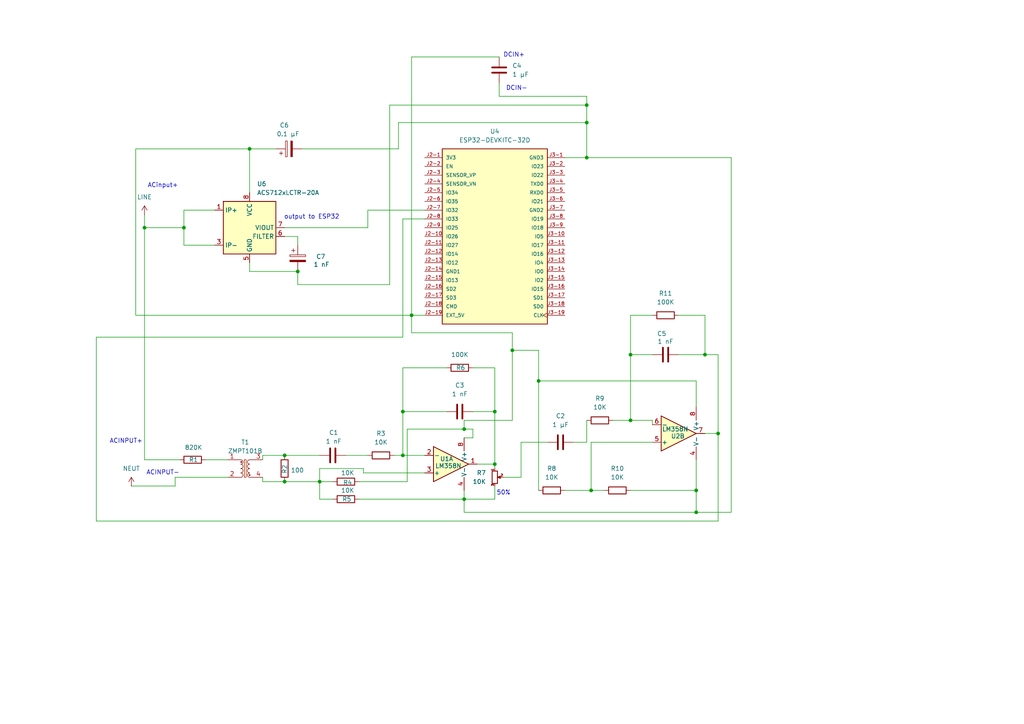
<source format=kicad_sch>
(kicad_sch
	(version 20250114)
	(generator "eeschema")
	(generator_version "9.0")
	(uuid "ca163285-378f-4714-8497-d5793779c1a9")
	(paper "A4")
	(lib_symbols
		(symbol "Amplifier_Operational:LM358"
			(pin_names
				(offset 0.127)
			)
			(exclude_from_sim no)
			(in_bom yes)
			(on_board yes)
			(property "Reference" "U"
				(at 0 5.08 0)
				(effects
					(font
						(size 1.27 1.27)
					)
					(justify left)
				)
			)
			(property "Value" "LM358"
				(at 0 -5.08 0)
				(effects
					(font
						(size 1.27 1.27)
					)
					(justify left)
				)
			)
			(property "Footprint" ""
				(at 0 0 0)
				(effects
					(font
						(size 1.27 1.27)
					)
					(hide yes)
				)
			)
			(property "Datasheet" "http://www.ti.com/lit/ds/symlink/lm2904-n.pdf"
				(at 0 0 0)
				(effects
					(font
						(size 1.27 1.27)
					)
					(hide yes)
				)
			)
			(property "Description" "Low-Power, Dual Operational Amplifiers, DIP-8/SOIC-8/TO-99-8"
				(at 0 0 0)
				(effects
					(font
						(size 1.27 1.27)
					)
					(hide yes)
				)
			)
			(property "ki_locked" ""
				(at 0 0 0)
				(effects
					(font
						(size 1.27 1.27)
					)
				)
			)
			(property "ki_keywords" "dual opamp"
				(at 0 0 0)
				(effects
					(font
						(size 1.27 1.27)
					)
					(hide yes)
				)
			)
			(property "ki_fp_filters" "SOIC*3.9x4.9mm*P1.27mm* DIP*W7.62mm* TO*99* OnSemi*Micro8* TSSOP*3x3mm*P0.65mm* TSSOP*4.4x3mm*P0.65mm* MSOP*3x3mm*P0.65mm* SSOP*3.9x4.9mm*P0.635mm* LFCSP*2x2mm*P0.5mm* *SIP* SOIC*5.3x6.2mm*P1.27mm*"
				(at 0 0 0)
				(effects
					(font
						(size 1.27 1.27)
					)
					(hide yes)
				)
			)
			(symbol "LM358_1_1"
				(polyline
					(pts
						(xy -5.08 5.08) (xy 5.08 0) (xy -5.08 -5.08) (xy -5.08 5.08)
					)
					(stroke
						(width 0.254)
						(type default)
					)
					(fill
						(type background)
					)
				)
				(pin input line
					(at -7.62 2.54 0)
					(length 2.54)
					(name "+"
						(effects
							(font
								(size 1.27 1.27)
							)
						)
					)
					(number "3"
						(effects
							(font
								(size 1.27 1.27)
							)
						)
					)
				)
				(pin input line
					(at -7.62 -2.54 0)
					(length 2.54)
					(name "-"
						(effects
							(font
								(size 1.27 1.27)
							)
						)
					)
					(number "2"
						(effects
							(font
								(size 1.27 1.27)
							)
						)
					)
				)
				(pin output line
					(at 7.62 0 180)
					(length 2.54)
					(name "~"
						(effects
							(font
								(size 1.27 1.27)
							)
						)
					)
					(number "1"
						(effects
							(font
								(size 1.27 1.27)
							)
						)
					)
				)
			)
			(symbol "LM358_2_1"
				(polyline
					(pts
						(xy -5.08 5.08) (xy 5.08 0) (xy -5.08 -5.08) (xy -5.08 5.08)
					)
					(stroke
						(width 0.254)
						(type default)
					)
					(fill
						(type background)
					)
				)
				(pin input line
					(at -7.62 2.54 0)
					(length 2.54)
					(name "+"
						(effects
							(font
								(size 1.27 1.27)
							)
						)
					)
					(number "5"
						(effects
							(font
								(size 1.27 1.27)
							)
						)
					)
				)
				(pin input line
					(at -7.62 -2.54 0)
					(length 2.54)
					(name "-"
						(effects
							(font
								(size 1.27 1.27)
							)
						)
					)
					(number "6"
						(effects
							(font
								(size 1.27 1.27)
							)
						)
					)
				)
				(pin output line
					(at 7.62 0 180)
					(length 2.54)
					(name "~"
						(effects
							(font
								(size 1.27 1.27)
							)
						)
					)
					(number "7"
						(effects
							(font
								(size 1.27 1.27)
							)
						)
					)
				)
			)
			(symbol "LM358_3_1"
				(pin power_in line
					(at -2.54 7.62 270)
					(length 3.81)
					(name "V+"
						(effects
							(font
								(size 1.27 1.27)
							)
						)
					)
					(number "8"
						(effects
							(font
								(size 1.27 1.27)
							)
						)
					)
				)
				(pin power_in line
					(at -2.54 -7.62 90)
					(length 3.81)
					(name "V-"
						(effects
							(font
								(size 1.27 1.27)
							)
						)
					)
					(number "4"
						(effects
							(font
								(size 1.27 1.27)
							)
						)
					)
				)
			)
			(embedded_fonts no)
		)
		(symbol "Device:C"
			(pin_numbers
				(hide yes)
			)
			(pin_names
				(offset 0.254)
			)
			(exclude_from_sim no)
			(in_bom yes)
			(on_board yes)
			(property "Reference" "C"
				(at 0.635 2.54 0)
				(effects
					(font
						(size 1.27 1.27)
					)
					(justify left)
				)
			)
			(property "Value" "C"
				(at 0.635 -2.54 0)
				(effects
					(font
						(size 1.27 1.27)
					)
					(justify left)
				)
			)
			(property "Footprint" ""
				(at 0.9652 -3.81 0)
				(effects
					(font
						(size 1.27 1.27)
					)
					(hide yes)
				)
			)
			(property "Datasheet" "~"
				(at 0 0 0)
				(effects
					(font
						(size 1.27 1.27)
					)
					(hide yes)
				)
			)
			(property "Description" "Unpolarized capacitor"
				(at 0 0 0)
				(effects
					(font
						(size 1.27 1.27)
					)
					(hide yes)
				)
			)
			(property "ki_keywords" "cap capacitor"
				(at 0 0 0)
				(effects
					(font
						(size 1.27 1.27)
					)
					(hide yes)
				)
			)
			(property "ki_fp_filters" "C_*"
				(at 0 0 0)
				(effects
					(font
						(size 1.27 1.27)
					)
					(hide yes)
				)
			)
			(symbol "C_0_1"
				(polyline
					(pts
						(xy -2.032 0.762) (xy 2.032 0.762)
					)
					(stroke
						(width 0.508)
						(type default)
					)
					(fill
						(type none)
					)
				)
				(polyline
					(pts
						(xy -2.032 -0.762) (xy 2.032 -0.762)
					)
					(stroke
						(width 0.508)
						(type default)
					)
					(fill
						(type none)
					)
				)
			)
			(symbol "C_1_1"
				(pin passive line
					(at 0 3.81 270)
					(length 2.794)
					(name "~"
						(effects
							(font
								(size 1.27 1.27)
							)
						)
					)
					(number "1"
						(effects
							(font
								(size 1.27 1.27)
							)
						)
					)
				)
				(pin passive line
					(at 0 -3.81 90)
					(length 2.794)
					(name "~"
						(effects
							(font
								(size 1.27 1.27)
							)
						)
					)
					(number "2"
						(effects
							(font
								(size 1.27 1.27)
							)
						)
					)
				)
			)
			(embedded_fonts no)
		)
		(symbol "Device:C_Polarized"
			(pin_numbers
				(hide yes)
			)
			(pin_names
				(offset 0.254)
			)
			(exclude_from_sim no)
			(in_bom yes)
			(on_board yes)
			(property "Reference" "C"
				(at 0.635 2.54 0)
				(effects
					(font
						(size 1.27 1.27)
					)
					(justify left)
				)
			)
			(property "Value" "C_Polarized"
				(at 0.635 -2.54 0)
				(effects
					(font
						(size 1.27 1.27)
					)
					(justify left)
				)
			)
			(property "Footprint" ""
				(at 0.9652 -3.81 0)
				(effects
					(font
						(size 1.27 1.27)
					)
					(hide yes)
				)
			)
			(property "Datasheet" "~"
				(at 0 0 0)
				(effects
					(font
						(size 1.27 1.27)
					)
					(hide yes)
				)
			)
			(property "Description" "Polarized capacitor"
				(at 0 0 0)
				(effects
					(font
						(size 1.27 1.27)
					)
					(hide yes)
				)
			)
			(property "ki_keywords" "cap capacitor"
				(at 0 0 0)
				(effects
					(font
						(size 1.27 1.27)
					)
					(hide yes)
				)
			)
			(property "ki_fp_filters" "CP_*"
				(at 0 0 0)
				(effects
					(font
						(size 1.27 1.27)
					)
					(hide yes)
				)
			)
			(symbol "C_Polarized_0_1"
				(rectangle
					(start -2.286 0.508)
					(end 2.286 1.016)
					(stroke
						(width 0)
						(type default)
					)
					(fill
						(type none)
					)
				)
				(polyline
					(pts
						(xy -1.778 2.286) (xy -0.762 2.286)
					)
					(stroke
						(width 0)
						(type default)
					)
					(fill
						(type none)
					)
				)
				(polyline
					(pts
						(xy -1.27 2.794) (xy -1.27 1.778)
					)
					(stroke
						(width 0)
						(type default)
					)
					(fill
						(type none)
					)
				)
				(rectangle
					(start 2.286 -0.508)
					(end -2.286 -1.016)
					(stroke
						(width 0)
						(type default)
					)
					(fill
						(type outline)
					)
				)
			)
			(symbol "C_Polarized_1_1"
				(pin passive line
					(at 0 3.81 270)
					(length 2.794)
					(name "~"
						(effects
							(font
								(size 1.27 1.27)
							)
						)
					)
					(number "1"
						(effects
							(font
								(size 1.27 1.27)
							)
						)
					)
				)
				(pin passive line
					(at 0 -3.81 90)
					(length 2.794)
					(name "~"
						(effects
							(font
								(size 1.27 1.27)
							)
						)
					)
					(number "2"
						(effects
							(font
								(size 1.27 1.27)
							)
						)
					)
				)
			)
			(embedded_fonts no)
		)
		(symbol "Device:R"
			(pin_numbers
				(hide yes)
			)
			(pin_names
				(offset 0)
			)
			(exclude_from_sim no)
			(in_bom yes)
			(on_board yes)
			(property "Reference" "R"
				(at 2.032 0 90)
				(effects
					(font
						(size 1.27 1.27)
					)
				)
			)
			(property "Value" "R"
				(at 0 0 90)
				(effects
					(font
						(size 1.27 1.27)
					)
				)
			)
			(property "Footprint" ""
				(at -1.778 0 90)
				(effects
					(font
						(size 1.27 1.27)
					)
					(hide yes)
				)
			)
			(property "Datasheet" "~"
				(at 0 0 0)
				(effects
					(font
						(size 1.27 1.27)
					)
					(hide yes)
				)
			)
			(property "Description" "Resistor"
				(at 0 0 0)
				(effects
					(font
						(size 1.27 1.27)
					)
					(hide yes)
				)
			)
			(property "ki_keywords" "R res resistor"
				(at 0 0 0)
				(effects
					(font
						(size 1.27 1.27)
					)
					(hide yes)
				)
			)
			(property "ki_fp_filters" "R_*"
				(at 0 0 0)
				(effects
					(font
						(size 1.27 1.27)
					)
					(hide yes)
				)
			)
			(symbol "R_0_1"
				(rectangle
					(start -1.016 -2.54)
					(end 1.016 2.54)
					(stroke
						(width 0.254)
						(type default)
					)
					(fill
						(type none)
					)
				)
			)
			(symbol "R_1_1"
				(pin passive line
					(at 0 3.81 270)
					(length 1.27)
					(name "~"
						(effects
							(font
								(size 1.27 1.27)
							)
						)
					)
					(number "1"
						(effects
							(font
								(size 1.27 1.27)
							)
						)
					)
				)
				(pin passive line
					(at 0 -3.81 90)
					(length 1.27)
					(name "~"
						(effects
							(font
								(size 1.27 1.27)
							)
						)
					)
					(number "2"
						(effects
							(font
								(size 1.27 1.27)
							)
						)
					)
				)
			)
			(embedded_fonts no)
		)
		(symbol "Device:R_Potentiometer_Small"
			(pin_names
				(offset 1.016)
				(hide yes)
			)
			(exclude_from_sim no)
			(in_bom yes)
			(on_board yes)
			(property "Reference" "RV"
				(at -4.445 0 90)
				(effects
					(font
						(size 1.27 1.27)
					)
				)
			)
			(property "Value" "R_Potentiometer_Small"
				(at -2.54 0 90)
				(effects
					(font
						(size 1.27 1.27)
					)
				)
			)
			(property "Footprint" ""
				(at 0 0 0)
				(effects
					(font
						(size 1.27 1.27)
					)
					(hide yes)
				)
			)
			(property "Datasheet" "~"
				(at 0 0 0)
				(effects
					(font
						(size 1.27 1.27)
					)
					(hide yes)
				)
			)
			(property "Description" "Potentiometer"
				(at 0 0 0)
				(effects
					(font
						(size 1.27 1.27)
					)
					(hide yes)
				)
			)
			(property "ki_keywords" "resistor variable"
				(at 0 0 0)
				(effects
					(font
						(size 1.27 1.27)
					)
					(hide yes)
				)
			)
			(property "ki_fp_filters" "Potentiometer*"
				(at 0 0 0)
				(effects
					(font
						(size 1.27 1.27)
					)
					(hide yes)
				)
			)
			(symbol "R_Potentiometer_Small_0_1"
				(rectangle
					(start 0.762 1.8034)
					(end -0.762 -1.8034)
					(stroke
						(width 0.254)
						(type default)
					)
					(fill
						(type none)
					)
				)
				(polyline
					(pts
						(xy 0.889 0) (xy 0.635 0) (xy 1.651 0.381) (xy 1.651 -0.381) (xy 0.635 0) (xy 0.889 0)
					)
					(stroke
						(width 0)
						(type default)
					)
					(fill
						(type outline)
					)
				)
			)
			(symbol "R_Potentiometer_Small_1_1"
				(pin passive line
					(at 0 2.54 270)
					(length 0.635)
					(name "1"
						(effects
							(font
								(size 0.635 0.635)
							)
						)
					)
					(number "1"
						(effects
							(font
								(size 0.635 0.635)
							)
						)
					)
				)
				(pin passive line
					(at 0 -2.54 90)
					(length 0.635)
					(name "3"
						(effects
							(font
								(size 0.635 0.635)
							)
						)
					)
					(number "3"
						(effects
							(font
								(size 0.635 0.635)
							)
						)
					)
				)
				(pin passive line
					(at 2.54 0 180)
					(length 0.9906)
					(name "2"
						(effects
							(font
								(size 0.635 0.635)
							)
						)
					)
					(number "2"
						(effects
							(font
								(size 0.635 0.635)
							)
						)
					)
				)
			)
			(embedded_fonts no)
		)
		(symbol "ESP32-DEVKITC-32D_1"
			(pin_names
				(offset 1.016)
			)
			(exclude_from_sim no)
			(in_bom yes)
			(on_board yes)
			(property "Reference" "U"
				(at -15.2572 26.0643 0)
				(effects
					(font
						(size 1.27 1.27)
					)
					(justify left bottom)
				)
			)
			(property "Value" "ESP32-DEVKITC-32D"
				(at -15.2563 -27.9698 0)
				(effects
					(font
						(size 1.27 1.27)
					)
					(justify left bottom)
				)
			)
			(property "Footprint" "ESP32-DEVKITC-32D:MODULE_ESP32-DEVKITC-32D"
				(at 0 0 0)
				(effects
					(font
						(size 1.27 1.27)
					)
					(justify bottom)
					(hide yes)
				)
			)
			(property "Datasheet" ""
				(at 0 0 0)
				(effects
					(font
						(size 1.27 1.27)
					)
					(hide yes)
				)
			)
			(property "Description" ""
				(at 0 0 0)
				(effects
					(font
						(size 1.27 1.27)
					)
					(hide yes)
				)
			)
			(property "MF" "Espressif Systems"
				(at 0 0 0)
				(effects
					(font
						(size 1.27 1.27)
					)
					(justify bottom)
					(hide yes)
				)
			)
			(property "MAXIMUM_PACKAGE_HEIGHT" "N/A"
				(at 0 0 0)
				(effects
					(font
						(size 1.27 1.27)
					)
					(justify bottom)
					(hide yes)
				)
			)
			(property "Package" "None"
				(at 0 0 0)
				(effects
					(font
						(size 1.27 1.27)
					)
					(justify bottom)
					(hide yes)
				)
			)
			(property "Price" "None"
				(at 0 0 0)
				(effects
					(font
						(size 1.27 1.27)
					)
					(justify bottom)
					(hide yes)
				)
			)
			(property "Check_prices" "https://www.snapeda.com/parts/ESP32-DEVKITC-32D/Espressif+Systems/view-part/?ref=eda"
				(at 0 0 0)
				(effects
					(font
						(size 1.27 1.27)
					)
					(justify bottom)
					(hide yes)
				)
			)
			(property "STANDARD" "Manufacturer Recommendations"
				(at 0 0 0)
				(effects
					(font
						(size 1.27 1.27)
					)
					(justify bottom)
					(hide yes)
				)
			)
			(property "PARTREV" "V4"
				(at 0 0 0)
				(effects
					(font
						(size 1.27 1.27)
					)
					(justify bottom)
					(hide yes)
				)
			)
			(property "SnapEDA_Link" "https://www.snapeda.com/parts/ESP32-DEVKITC-32D/Espressif+Systems/view-part/?ref=snap"
				(at 0 0 0)
				(effects
					(font
						(size 1.27 1.27)
					)
					(justify bottom)
					(hide yes)
				)
			)
			(property "MP" "ESP32-DEVKITC-32D"
				(at 0 0 0)
				(effects
					(font
						(size 1.27 1.27)
					)
					(justify bottom)
					(hide yes)
				)
			)
			(property "Description_1" "WiFi Development Tools (802.11) ESP32 General Development Kit, ESP32-WROOM-32D on the board"
				(at 0 0 0)
				(effects
					(font
						(size 1.27 1.27)
					)
					(justify bottom)
					(hide yes)
				)
			)
			(property "MANUFACTURER" "Espressif Systems"
				(at 0 0 0)
				(effects
					(font
						(size 1.27 1.27)
					)
					(justify bottom)
					(hide yes)
				)
			)
			(property "Availability" "In Stock"
				(at 0 0 0)
				(effects
					(font
						(size 1.27 1.27)
					)
					(justify bottom)
					(hide yes)
				)
			)
			(property "SNAPEDA_PN" "ESP32-DEVKITC-32D"
				(at 0 0 0)
				(effects
					(font
						(size 1.27 1.27)
					)
					(justify bottom)
					(hide yes)
				)
			)
			(symbol "ESP32-DEVKITC-32D_1_0_0"
				(rectangle
					(start -15.24 -25.4)
					(end 15.24 25.4)
					(stroke
						(width 0.254)
						(type default)
					)
					(fill
						(type background)
					)
				)
				(pin power_in line
					(at -20.32 22.86 0)
					(length 5.08)
					(name "3V3"
						(effects
							(font
								(size 1.016 1.016)
							)
						)
					)
					(number "J2-1"
						(effects
							(font
								(size 1.016 1.016)
							)
						)
					)
				)
				(pin input line
					(at -20.32 20.32 0)
					(length 5.08)
					(name "EN"
						(effects
							(font
								(size 1.016 1.016)
							)
						)
					)
					(number "J2-2"
						(effects
							(font
								(size 1.016 1.016)
							)
						)
					)
				)
				(pin input line
					(at -20.32 17.78 0)
					(length 5.08)
					(name "SENSOR_VP"
						(effects
							(font
								(size 1.016 1.016)
							)
						)
					)
					(number "J2-3"
						(effects
							(font
								(size 1.016 1.016)
							)
						)
					)
				)
				(pin input line
					(at -20.32 15.24 0)
					(length 5.08)
					(name "SENSOR_VN"
						(effects
							(font
								(size 1.016 1.016)
							)
						)
					)
					(number "J2-4"
						(effects
							(font
								(size 1.016 1.016)
							)
						)
					)
				)
				(pin bidirectional line
					(at -20.32 12.7 0)
					(length 5.08)
					(name "IO34"
						(effects
							(font
								(size 1.016 1.016)
							)
						)
					)
					(number "J2-5"
						(effects
							(font
								(size 1.016 1.016)
							)
						)
					)
				)
				(pin bidirectional line
					(at -20.32 10.16 0)
					(length 5.08)
					(name "IO35"
						(effects
							(font
								(size 1.016 1.016)
							)
						)
					)
					(number "J2-6"
						(effects
							(font
								(size 1.016 1.016)
							)
						)
					)
				)
				(pin bidirectional line
					(at -20.32 7.62 0)
					(length 5.08)
					(name "IO32"
						(effects
							(font
								(size 1.016 1.016)
							)
						)
					)
					(number "J2-7"
						(effects
							(font
								(size 1.016 1.016)
							)
						)
					)
				)
				(pin bidirectional line
					(at -20.32 5.08 0)
					(length 5.08)
					(name "IO33"
						(effects
							(font
								(size 1.016 1.016)
							)
						)
					)
					(number "J2-8"
						(effects
							(font
								(size 1.016 1.016)
							)
						)
					)
				)
				(pin bidirectional line
					(at -20.32 2.54 0)
					(length 5.08)
					(name "IO25"
						(effects
							(font
								(size 1.016 1.016)
							)
						)
					)
					(number "J2-9"
						(effects
							(font
								(size 1.016 1.016)
							)
						)
					)
				)
				(pin bidirectional line
					(at -20.32 0 0)
					(length 5.08)
					(name "IO26"
						(effects
							(font
								(size 1.016 1.016)
							)
						)
					)
					(number "J2-10"
						(effects
							(font
								(size 1.016 1.016)
							)
						)
					)
				)
				(pin bidirectional line
					(at -20.32 -2.54 0)
					(length 5.08)
					(name "IO27"
						(effects
							(font
								(size 1.016 1.016)
							)
						)
					)
					(number "J2-11"
						(effects
							(font
								(size 1.016 1.016)
							)
						)
					)
				)
				(pin bidirectional line
					(at -20.32 -5.08 0)
					(length 5.08)
					(name "IO14"
						(effects
							(font
								(size 1.016 1.016)
							)
						)
					)
					(number "J2-12"
						(effects
							(font
								(size 1.016 1.016)
							)
						)
					)
				)
				(pin bidirectional line
					(at -20.32 -7.62 0)
					(length 5.08)
					(name "IO12"
						(effects
							(font
								(size 1.016 1.016)
							)
						)
					)
					(number "J2-13"
						(effects
							(font
								(size 1.016 1.016)
							)
						)
					)
				)
				(pin power_in line
					(at -20.32 -10.16 0)
					(length 5.08)
					(name "GND1"
						(effects
							(font
								(size 1.016 1.016)
							)
						)
					)
					(number "J2-14"
						(effects
							(font
								(size 1.016 1.016)
							)
						)
					)
				)
				(pin bidirectional line
					(at -20.32 -12.7 0)
					(length 5.08)
					(name "IO13"
						(effects
							(font
								(size 1.016 1.016)
							)
						)
					)
					(number "J2-15"
						(effects
							(font
								(size 1.016 1.016)
							)
						)
					)
				)
				(pin bidirectional line
					(at -20.32 -15.24 0)
					(length 5.08)
					(name "SD2"
						(effects
							(font
								(size 1.016 1.016)
							)
						)
					)
					(number "J2-16"
						(effects
							(font
								(size 1.016 1.016)
							)
						)
					)
				)
				(pin bidirectional line
					(at -20.32 -17.78 0)
					(length 5.08)
					(name "SD3"
						(effects
							(font
								(size 1.016 1.016)
							)
						)
					)
					(number "J2-17"
						(effects
							(font
								(size 1.016 1.016)
							)
						)
					)
				)
				(pin bidirectional line
					(at -20.32 -20.32 0)
					(length 5.08)
					(name "CMD"
						(effects
							(font
								(size 1.016 1.016)
							)
						)
					)
					(number "J2-18"
						(effects
							(font
								(size 1.016 1.016)
							)
						)
					)
				)
				(pin power_in line
					(at -20.32 -22.86 0)
					(length 5.08)
					(name "EXT_5V"
						(effects
							(font
								(size 1.016 1.016)
							)
						)
					)
					(number "J2-19"
						(effects
							(font
								(size 1.016 1.016)
							)
						)
					)
				)
				(pin power_in line
					(at 20.32 22.86 180)
					(length 5.08)
					(name "GND3"
						(effects
							(font
								(size 1.016 1.016)
							)
						)
					)
					(number "J3-1"
						(effects
							(font
								(size 1.016 1.016)
							)
						)
					)
				)
				(pin bidirectional line
					(at 20.32 20.32 180)
					(length 5.08)
					(name "IO23"
						(effects
							(font
								(size 1.016 1.016)
							)
						)
					)
					(number "J3-2"
						(effects
							(font
								(size 1.016 1.016)
							)
						)
					)
				)
				(pin bidirectional line
					(at 20.32 17.78 180)
					(length 5.08)
					(name "IO22"
						(effects
							(font
								(size 1.016 1.016)
							)
						)
					)
					(number "J3-3"
						(effects
							(font
								(size 1.016 1.016)
							)
						)
					)
				)
				(pin output line
					(at 20.32 15.24 180)
					(length 5.08)
					(name "TXD0"
						(effects
							(font
								(size 1.016 1.016)
							)
						)
					)
					(number "J3-4"
						(effects
							(font
								(size 1.016 1.016)
							)
						)
					)
				)
				(pin input line
					(at 20.32 12.7 180)
					(length 5.08)
					(name "RXD0"
						(effects
							(font
								(size 1.016 1.016)
							)
						)
					)
					(number "J3-5"
						(effects
							(font
								(size 1.016 1.016)
							)
						)
					)
				)
				(pin bidirectional line
					(at 20.32 10.16 180)
					(length 5.08)
					(name "IO21"
						(effects
							(font
								(size 1.016 1.016)
							)
						)
					)
					(number "J3-6"
						(effects
							(font
								(size 1.016 1.016)
							)
						)
					)
				)
				(pin power_in line
					(at 20.32 7.62 180)
					(length 5.08)
					(name "GND2"
						(effects
							(font
								(size 1.016 1.016)
							)
						)
					)
					(number "J3-7"
						(effects
							(font
								(size 1.016 1.016)
							)
						)
					)
				)
				(pin bidirectional line
					(at 20.32 5.08 180)
					(length 5.08)
					(name "IO19"
						(effects
							(font
								(size 1.016 1.016)
							)
						)
					)
					(number "J3-8"
						(effects
							(font
								(size 1.016 1.016)
							)
						)
					)
				)
				(pin bidirectional line
					(at 20.32 2.54 180)
					(length 5.08)
					(name "IO18"
						(effects
							(font
								(size 1.016 1.016)
							)
						)
					)
					(number "J3-9"
						(effects
							(font
								(size 1.016 1.016)
							)
						)
					)
				)
				(pin bidirectional line
					(at 20.32 0 180)
					(length 5.08)
					(name "IO5"
						(effects
							(font
								(size 1.016 1.016)
							)
						)
					)
					(number "J3-10"
						(effects
							(font
								(size 1.016 1.016)
							)
						)
					)
				)
				(pin bidirectional line
					(at 20.32 -2.54 180)
					(length 5.08)
					(name "IO17"
						(effects
							(font
								(size 1.016 1.016)
							)
						)
					)
					(number "J3-11"
						(effects
							(font
								(size 1.016 1.016)
							)
						)
					)
				)
				(pin bidirectional line
					(at 20.32 -5.08 180)
					(length 5.08)
					(name "IO16"
						(effects
							(font
								(size 1.016 1.016)
							)
						)
					)
					(number "J3-12"
						(effects
							(font
								(size 1.016 1.016)
							)
						)
					)
				)
				(pin bidirectional line
					(at 20.32 -7.62 180)
					(length 5.08)
					(name "IO4"
						(effects
							(font
								(size 1.016 1.016)
							)
						)
					)
					(number "J3-13"
						(effects
							(font
								(size 1.016 1.016)
							)
						)
					)
				)
				(pin bidirectional line
					(at 20.32 -10.16 180)
					(length 5.08)
					(name "IO0"
						(effects
							(font
								(size 1.016 1.016)
							)
						)
					)
					(number "J3-14"
						(effects
							(font
								(size 1.016 1.016)
							)
						)
					)
				)
				(pin bidirectional line
					(at 20.32 -12.7 180)
					(length 5.08)
					(name "IO2"
						(effects
							(font
								(size 1.016 1.016)
							)
						)
					)
					(number "J3-15"
						(effects
							(font
								(size 1.016 1.016)
							)
						)
					)
				)
				(pin bidirectional line
					(at 20.32 -15.24 180)
					(length 5.08)
					(name "IO15"
						(effects
							(font
								(size 1.016 1.016)
							)
						)
					)
					(number "J3-16"
						(effects
							(font
								(size 1.016 1.016)
							)
						)
					)
				)
				(pin bidirectional line
					(at 20.32 -17.78 180)
					(length 5.08)
					(name "SD1"
						(effects
							(font
								(size 1.016 1.016)
							)
						)
					)
					(number "J3-17"
						(effects
							(font
								(size 1.016 1.016)
							)
						)
					)
				)
				(pin bidirectional line
					(at 20.32 -20.32 180)
					(length 5.08)
					(name "SD0"
						(effects
							(font
								(size 1.016 1.016)
							)
						)
					)
					(number "J3-18"
						(effects
							(font
								(size 1.016 1.016)
							)
						)
					)
				)
				(pin input clock
					(at 20.32 -22.86 180)
					(length 5.08)
					(name "CLK"
						(effects
							(font
								(size 1.016 1.016)
							)
						)
					)
					(number "J3-19"
						(effects
							(font
								(size 1.016 1.016)
							)
						)
					)
				)
			)
			(embedded_fonts no)
		)
		(symbol "LM358_1"
			(pin_names
				(offset 0.127)
			)
			(exclude_from_sim no)
			(in_bom yes)
			(on_board yes)
			(property "Reference" "U1"
				(at -1.27 1.524 0)
				(effects
					(font
						(size 1.27 1.27)
					)
				)
			)
			(property "Value" "LM358N"
				(at -0.762 -0.508 0)
				(effects
					(font
						(size 1.27 1.27)
					)
				)
			)
			(property "Footprint" "Package_DIP:DIP-8_W7.62mm_LongPads"
				(at 0 0 0)
				(effects
					(font
						(size 1.27 1.27)
					)
					(hide yes)
				)
			)
			(property "Datasheet" "http://www.ti.com/lit/ds/symlink/lm2904-n.pdf"
				(at 0 0 0)
				(effects
					(font
						(size 1.27 1.27)
					)
					(hide yes)
				)
			)
			(property "Description" "Low-Power, Dual Operational Amplifiers, DIP-8/SOIC-8/TO-99-8"
				(at 0 0 0)
				(effects
					(font
						(size 1.27 1.27)
					)
					(hide yes)
				)
			)
			(property "ki_locked" ""
				(at 0 0 0)
				(effects
					(font
						(size 1.27 1.27)
					)
				)
			)
			(property "ki_keywords" "dual opamp"
				(at 0 0 0)
				(effects
					(font
						(size 1.27 1.27)
					)
					(hide yes)
				)
			)
			(property "ki_fp_filters" "SOIC*3.9x4.9mm*P1.27mm* DIP*W7.62mm* TO*99* OnSemi*Micro8* TSSOP*3x3mm*P0.65mm* TSSOP*4.4x3mm*P0.65mm* MSOP*3x3mm*P0.65mm* SSOP*3.9x4.9mm*P0.635mm* LFCSP*2x2mm*P0.5mm* *SIP* SOIC*5.3x6.2mm*P1.27mm*"
				(at 0 0 0)
				(effects
					(font
						(size 1.27 1.27)
					)
					(hide yes)
				)
			)
			(symbol "LM358_1_1_1"
				(polyline
					(pts
						(xy -5.08 5.08) (xy 5.08 0) (xy -5.08 -5.08) (xy -5.08 5.08)
					)
					(stroke
						(width 0.254)
						(type default)
					)
					(fill
						(type background)
					)
				)
				(pin input line
					(at -7.62 2.54 0)
					(length 2.54)
					(name "-"
						(effects
							(font
								(size 1.27 1.27)
							)
						)
					)
					(number "2"
						(effects
							(font
								(size 1.27 1.27)
							)
						)
					)
				)
				(pin input line
					(at -7.62 -2.54 0)
					(length 2.54)
					(name "+"
						(effects
							(font
								(size 1.27 1.27)
							)
						)
					)
					(number "3"
						(effects
							(font
								(size 1.27 1.27)
							)
						)
					)
				)
				(pin output line
					(at 7.62 0 180)
					(length 2.54)
					(name "~"
						(effects
							(font
								(size 1.27 1.27)
							)
						)
					)
					(number "1"
						(effects
							(font
								(size 1.27 1.27)
							)
						)
					)
				)
			)
			(symbol "LM358_1_2_1"
				(polyline
					(pts
						(xy -5.08 5.08) (xy 5.08 0) (xy -5.08 -5.08) (xy -5.08 5.08)
					)
					(stroke
						(width 0.254)
						(type default)
					)
					(fill
						(type background)
					)
				)
				(pin input line
					(at -7.62 2.54 0)
					(length 2.54)
					(name "+"
						(effects
							(font
								(size 1.27 1.27)
							)
						)
					)
					(number "5"
						(effects
							(font
								(size 1.27 1.27)
							)
						)
					)
				)
				(pin input line
					(at -7.62 -2.54 0)
					(length 2.54)
					(name "-"
						(effects
							(font
								(size 1.27 1.27)
							)
						)
					)
					(number "6"
						(effects
							(font
								(size 1.27 1.27)
							)
						)
					)
				)
				(pin output line
					(at 7.62 0 180)
					(length 2.54)
					(name "~"
						(effects
							(font
								(size 1.27 1.27)
							)
						)
					)
					(number "7"
						(effects
							(font
								(size 1.27 1.27)
							)
						)
					)
				)
			)
			(symbol "LM358_1_3_1"
				(pin power_in line
					(at -2.54 7.62 270)
					(length 3.81)
					(name "V+"
						(effects
							(font
								(size 1.27 1.27)
							)
						)
					)
					(number "8"
						(effects
							(font
								(size 1.27 1.27)
							)
						)
					)
				)
				(pin power_in line
					(at -2.54 -7.62 90)
					(length 3.81)
					(name "V-"
						(effects
							(font
								(size 1.27 1.27)
							)
						)
					)
					(number "4"
						(effects
							(font
								(size 1.27 1.27)
							)
						)
					)
				)
			)
			(embedded_fonts no)
		)
		(symbol "LM358_2"
			(pin_names
				(offset 0.127)
			)
			(exclude_from_sim no)
			(in_bom yes)
			(on_board yes)
			(property "Reference" "U2"
				(at 0 10.16 0)
				(effects
					(font
						(size 1.27 1.27)
					)
				)
			)
			(property "Value" "LM358N"
				(at 0 7.62 0)
				(effects
					(font
						(size 1.27 1.27)
					)
				)
			)
			(property "Footprint" "Package_DIP:DIP-8_W7.62mm_LongPads"
				(at 0 0 0)
				(effects
					(font
						(size 1.27 1.27)
					)
					(hide yes)
				)
			)
			(property "Datasheet" "http://www.ti.com/lit/ds/symlink/lm2904-n.pdf"
				(at 0 0 0)
				(effects
					(font
						(size 1.27 1.27)
					)
					(hide yes)
				)
			)
			(property "Description" "Low-Power, Dual Operational Amplifiers, DIP-8/SOIC-8/TO-99-8"
				(at 0 0 0)
				(effects
					(font
						(size 1.27 1.27)
					)
					(hide yes)
				)
			)
			(property "ki_locked" ""
				(at 0 0 0)
				(effects
					(font
						(size 1.27 1.27)
					)
				)
			)
			(property "ki_keywords" "dual opamp"
				(at 0 0 0)
				(effects
					(font
						(size 1.27 1.27)
					)
					(hide yes)
				)
			)
			(property "ki_fp_filters" "SOIC*3.9x4.9mm*P1.27mm* DIP*W7.62mm* TO*99* OnSemi*Micro8* TSSOP*3x3mm*P0.65mm* TSSOP*4.4x3mm*P0.65mm* MSOP*3x3mm*P0.65mm* SSOP*3.9x4.9mm*P0.635mm* LFCSP*2x2mm*P0.5mm* *SIP* SOIC*5.3x6.2mm*P1.27mm*"
				(at 0 0 0)
				(effects
					(font
						(size 1.27 1.27)
					)
					(hide yes)
				)
			)
			(symbol "LM358_2_1_1"
				(polyline
					(pts
						(xy -5.08 5.08) (xy 5.08 0) (xy -5.08 -5.08) (xy -5.08 5.08)
					)
					(stroke
						(width 0.254)
						(type default)
					)
					(fill
						(type background)
					)
				)
				(pin input line
					(at -7.62 2.54 0)
					(length 2.54)
					(name "+"
						(effects
							(font
								(size 1.27 1.27)
							)
						)
					)
					(number "3"
						(effects
							(font
								(size 1.27 1.27)
							)
						)
					)
				)
				(pin input line
					(at -7.62 -2.54 0)
					(length 2.54)
					(name "-"
						(effects
							(font
								(size 1.27 1.27)
							)
						)
					)
					(number "2"
						(effects
							(font
								(size 1.27 1.27)
							)
						)
					)
				)
				(pin output line
					(at 7.62 0 180)
					(length 2.54)
					(name "~"
						(effects
							(font
								(size 1.27 1.27)
							)
						)
					)
					(number "1"
						(effects
							(font
								(size 1.27 1.27)
							)
						)
					)
				)
			)
			(symbol "LM358_2_2_1"
				(polyline
					(pts
						(xy -5.08 5.08) (xy 5.08 0) (xy -5.08 -5.08) (xy -5.08 5.08)
					)
					(stroke
						(width 0.254)
						(type default)
					)
					(fill
						(type background)
					)
				)
				(pin input line
					(at -7.62 2.54 0)
					(length 2.54)
					(name "-"
						(effects
							(font
								(size 1.27 1.27)
							)
						)
					)
					(number "6"
						(effects
							(font
								(size 1.27 1.27)
							)
						)
					)
				)
				(pin input line
					(at -7.62 -2.54 0)
					(length 2.54)
					(name "+"
						(effects
							(font
								(size 1.27 1.27)
							)
						)
					)
					(number "5"
						(effects
							(font
								(size 1.27 1.27)
							)
						)
					)
				)
				(pin output line
					(at 7.62 0 180)
					(length 2.54)
					(name "~"
						(effects
							(font
								(size 1.27 1.27)
							)
						)
					)
					(number "7"
						(effects
							(font
								(size 1.27 1.27)
							)
						)
					)
				)
			)
			(symbol "LM358_2_3_1"
				(pin power_in line
					(at -2.54 7.62 270)
					(length 3.81)
					(name "V+"
						(effects
							(font
								(size 1.27 1.27)
							)
						)
					)
					(number "8"
						(effects
							(font
								(size 1.27 1.27)
							)
						)
					)
				)
				(pin power_in line
					(at -2.54 -7.62 90)
					(length 3.81)
					(name "V-"
						(effects
							(font
								(size 1.27 1.27)
							)
						)
					)
					(number "4"
						(effects
							(font
								(size 1.27 1.27)
							)
						)
					)
				)
			)
			(embedded_fonts no)
		)
		(symbol "Sensor_Current:ACS712xLCTR-20A"
			(exclude_from_sim no)
			(in_bom yes)
			(on_board yes)
			(property "Reference" "U"
				(at 2.54 11.43 0)
				(effects
					(font
						(size 1.27 1.27)
					)
					(justify left)
				)
			)
			(property "Value" "ACS712xLCTR-20A"
				(at 2.54 8.89 0)
				(effects
					(font
						(size 1.27 1.27)
					)
					(justify left)
				)
			)
			(property "Footprint" "Package_SO:SOIC-8_3.9x4.9mm_P1.27mm"
				(at 2.54 -8.89 0)
				(effects
					(font
						(size 1.27 1.27)
						(italic yes)
					)
					(justify left)
					(hide yes)
				)
			)
			(property "Datasheet" "http://www.allegromicro.com/~/media/Files/Datasheets/ACS712-Datasheet.ashx?la=en"
				(at 0 0 0)
				(effects
					(font
						(size 1.27 1.27)
					)
					(hide yes)
				)
			)
			(property "Description" "±20A Bidirectional Hall-Effect Current Sensor, +5.0V supply, 100mV/A, SOIC-8"
				(at 0 0 0)
				(effects
					(font
						(size 1.27 1.27)
					)
					(hide yes)
				)
			)
			(property "ki_keywords" "hall effect current monitor sensor isolated"
				(at 0 0 0)
				(effects
					(font
						(size 1.27 1.27)
					)
					(hide yes)
				)
			)
			(property "ki_fp_filters" "SOIC*3.9x4.9m*P1.27mm*"
				(at 0 0 0)
				(effects
					(font
						(size 1.27 1.27)
					)
					(hide yes)
				)
			)
			(symbol "ACS712xLCTR-20A_0_1"
				(rectangle
					(start -7.62 7.62)
					(end 7.62 -7.62)
					(stroke
						(width 0.254)
						(type default)
					)
					(fill
						(type background)
					)
				)
			)
			(symbol "ACS712xLCTR-20A_1_1"
				(pin passive line
					(at -10.16 5.08 0)
					(length 2.54)
					(name "IP+"
						(effects
							(font
								(size 1.27 1.27)
							)
						)
					)
					(number "1"
						(effects
							(font
								(size 1.27 1.27)
							)
						)
					)
				)
				(pin passive line
					(at -10.16 5.08 0)
					(length 2.54)
					(hide yes)
					(name "IP+"
						(effects
							(font
								(size 1.27 1.27)
							)
						)
					)
					(number "2"
						(effects
							(font
								(size 1.27 1.27)
							)
						)
					)
				)
				(pin passive line
					(at -10.16 -5.08 0)
					(length 2.54)
					(name "IP-"
						(effects
							(font
								(size 1.27 1.27)
							)
						)
					)
					(number "3"
						(effects
							(font
								(size 1.27 1.27)
							)
						)
					)
				)
				(pin passive line
					(at -10.16 -5.08 0)
					(length 2.54)
					(hide yes)
					(name "IP-"
						(effects
							(font
								(size 1.27 1.27)
							)
						)
					)
					(number "4"
						(effects
							(font
								(size 1.27 1.27)
							)
						)
					)
				)
				(pin power_in line
					(at 0 10.16 270)
					(length 2.54)
					(name "VCC"
						(effects
							(font
								(size 1.27 1.27)
							)
						)
					)
					(number "8"
						(effects
							(font
								(size 1.27 1.27)
							)
						)
					)
				)
				(pin power_in line
					(at 0 -10.16 90)
					(length 2.54)
					(name "GND"
						(effects
							(font
								(size 1.27 1.27)
							)
						)
					)
					(number "5"
						(effects
							(font
								(size 1.27 1.27)
							)
						)
					)
				)
				(pin output line
					(at 10.16 0 180)
					(length 2.54)
					(name "VIOUT"
						(effects
							(font
								(size 1.27 1.27)
							)
						)
					)
					(number "7"
						(effects
							(font
								(size 1.27 1.27)
							)
						)
					)
				)
				(pin passive line
					(at 10.16 -2.54 180)
					(length 2.54)
					(name "FILTER"
						(effects
							(font
								(size 1.27 1.27)
							)
						)
					)
					(number "6"
						(effects
							(font
								(size 1.27 1.27)
							)
						)
					)
				)
			)
			(embedded_fonts no)
		)
		(symbol "Transformer:ZMPT101K"
			(exclude_from_sim no)
			(in_bom yes)
			(on_board yes)
			(property "Reference" "T1"
				(at 0 7.62 0)
				(effects
					(font
						(size 1.27 1.27)
					)
				)
			)
			(property "Value" "ZMPT101B"
				(at 0 5.08 0)
				(effects
					(font
						(size 1.27 1.27)
					)
				)
			)
			(property "Footprint" "Transformer_THT:Transformer_Zeming_ZMPT101K"
				(at 0 -6.985 0)
				(effects
					(font
						(size 1.27 1.27)
					)
					(hide yes)
				)
			)
			(property "Datasheet" "https://5krorwxhmqqirik.leadongcdn.com/ZMPT101K+specification-aidikBqoKomRilSkopqmikp.pdf"
				(at 1.905 7.62 0)
				(effects
					(font
						(size 1.27 1.27)
					)
					(hide yes)
				)
			)
			(property "Description" "Qingxian Zeming Langxi Electronic ZMPT101K voltage transformer 1000:1000 2mA:2mA"
				(at 0 0 0)
				(effects
					(font
						(size 1.27 1.27)
					)
					(hide yes)
				)
			)
			(property "ki_fp_filters" "Transformer*ZMPT101K*"
				(at 0 0 0)
				(effects
					(font
						(size 1.27 1.27)
					)
					(hide yes)
				)
			)
			(symbol "ZMPT101K_0_1"
				(polyline
					(pts
						(xy -1.27 2.54) (xy -2.54 2.54)
					)
					(stroke
						(width 0)
						(type default)
					)
					(fill
						(type none)
					)
				)
				(polyline
					(pts
						(xy -1.27 -2.54) (xy -2.54 -2.54)
					)
					(stroke
						(width 0)
						(type default)
					)
					(fill
						(type none)
					)
				)
				(polyline
					(pts
						(xy 1.27 2.54) (xy 2.54 2.54)
					)
					(stroke
						(width 0)
						(type default)
					)
					(fill
						(type none)
					)
				)
				(polyline
					(pts
						(xy 1.27 -2.54) (xy 2.54 -2.54)
					)
					(stroke
						(width 0)
						(type default)
					)
					(fill
						(type none)
					)
				)
			)
			(symbol "ZMPT101K_1_1"
				(arc
					(start -1.27 2.54)
					(mid -0.6377 1.905)
					(end -1.27 1.27)
					(stroke
						(width 0)
						(type default)
					)
					(fill
						(type none)
					)
				)
				(arc
					(start -1.27 1.27)
					(mid -0.6377 0.635)
					(end -1.27 0)
					(stroke
						(width 0)
						(type default)
					)
					(fill
						(type none)
					)
				)
				(arc
					(start -1.27 0)
					(mid -0.6377 -0.635)
					(end -1.27 -1.27)
					(stroke
						(width 0)
						(type default)
					)
					(fill
						(type none)
					)
				)
				(arc
					(start -1.27 -1.27)
					(mid -0.6377 -1.905)
					(end -1.27 -2.54)
					(stroke
						(width 0)
						(type default)
					)
					(fill
						(type none)
					)
				)
				(circle
					(center -1.143 1.905)
					(radius 0.127)
					(stroke
						(width 0.254)
						(type default)
					)
					(fill
						(type none)
					)
				)
				(rectangle
					(start -0.254 2.54)
					(end 0.254 -2.54)
					(stroke
						(width 0)
						(type default)
					)
					(fill
						(type background)
					)
				)
				(circle
					(center 1.27 -1.905)
					(radius 0.127)
					(stroke
						(width 0.254)
						(type default)
					)
					(fill
						(type none)
					)
				)
				(arc
					(start 1.27 1.27)
					(mid 0.6377 1.905)
					(end 1.27 2.54)
					(stroke
						(width 0)
						(type default)
					)
					(fill
						(type none)
					)
				)
				(arc
					(start 1.27 0)
					(mid 0.6377 0.635)
					(end 1.27 1.27)
					(stroke
						(width 0)
						(type default)
					)
					(fill
						(type none)
					)
				)
				(arc
					(start 1.27 -1.27)
					(mid 0.6377 -0.635)
					(end 1.27 0)
					(stroke
						(width 0)
						(type default)
					)
					(fill
						(type none)
					)
				)
				(arc
					(start 1.27 -2.54)
					(mid 0.6377 -1.905)
					(end 1.27 -1.27)
					(stroke
						(width 0)
						(type default)
					)
					(fill
						(type none)
					)
				)
				(pin passive line
					(at -5.08 2.54 0)
					(length 2.54)
					(name "~"
						(effects
							(font
								(size 1.27 1.27)
							)
						)
					)
					(number "1"
						(effects
							(font
								(size 1.27 1.27)
							)
						)
					)
				)
				(pin passive line
					(at -5.08 -2.54 0)
					(length 2.54)
					(name "~"
						(effects
							(font
								(size 1.27 1.27)
							)
						)
					)
					(number "2"
						(effects
							(font
								(size 1.27 1.27)
							)
						)
					)
				)
				(pin passive line
					(at 5.08 2.54 180)
					(length 2.54)
					(name "~"
						(effects
							(font
								(size 1.27 1.27)
							)
						)
					)
					(number "3"
						(effects
							(font
								(size 1.27 1.27)
							)
						)
					)
				)
				(pin passive line
					(at 5.08 -2.54 180)
					(length 2.54)
					(name "~"
						(effects
							(font
								(size 1.27 1.27)
							)
						)
					)
					(number "4"
						(effects
							(font
								(size 1.27 1.27)
							)
						)
					)
				)
			)
			(embedded_fonts no)
		)
		(symbol "power:LINE"
			(power)
			(pin_numbers
				(hide yes)
			)
			(pin_names
				(offset 0)
				(hide yes)
			)
			(exclude_from_sim no)
			(in_bom yes)
			(on_board yes)
			(property "Reference" "#PWR"
				(at 0 -3.81 0)
				(effects
					(font
						(size 1.27 1.27)
					)
					(hide yes)
				)
			)
			(property "Value" "LINE"
				(at 0 3.556 0)
				(effects
					(font
						(size 1.27 1.27)
					)
				)
			)
			(property "Footprint" ""
				(at 0 0 0)
				(effects
					(font
						(size 1.27 1.27)
					)
					(hide yes)
				)
			)
			(property "Datasheet" ""
				(at 0 0 0)
				(effects
					(font
						(size 1.27 1.27)
					)
					(hide yes)
				)
			)
			(property "Description" "Power symbol creates a global label with name \"LINE\""
				(at 0 0 0)
				(effects
					(font
						(size 1.27 1.27)
					)
					(hide yes)
				)
			)
			(property "ki_keywords" "global power"
				(at 0 0 0)
				(effects
					(font
						(size 1.27 1.27)
					)
					(hide yes)
				)
			)
			(symbol "LINE_0_1"
				(polyline
					(pts
						(xy -0.762 1.27) (xy 0 2.54)
					)
					(stroke
						(width 0)
						(type default)
					)
					(fill
						(type none)
					)
				)
				(polyline
					(pts
						(xy 0 2.54) (xy 0.762 1.27)
					)
					(stroke
						(width 0)
						(type default)
					)
					(fill
						(type none)
					)
				)
				(polyline
					(pts
						(xy 0 0) (xy 0 2.54)
					)
					(stroke
						(width 0)
						(type default)
					)
					(fill
						(type none)
					)
				)
			)
			(symbol "LINE_1_1"
				(pin power_in line
					(at 0 0 90)
					(length 0)
					(name "~"
						(effects
							(font
								(size 1.27 1.27)
							)
						)
					)
					(number "1"
						(effects
							(font
								(size 1.27 1.27)
							)
						)
					)
				)
			)
			(embedded_fonts no)
		)
		(symbol "power:NEUT"
			(power)
			(pin_numbers
				(hide yes)
			)
			(pin_names
				(offset 0)
				(hide yes)
			)
			(exclude_from_sim no)
			(in_bom yes)
			(on_board yes)
			(property "Reference" "#PWR"
				(at 0 -3.81 0)
				(effects
					(font
						(size 1.27 1.27)
					)
					(hide yes)
				)
			)
			(property "Value" "NEUT"
				(at 0 3.556 0)
				(effects
					(font
						(size 1.27 1.27)
					)
				)
			)
			(property "Footprint" ""
				(at 0 0 0)
				(effects
					(font
						(size 1.27 1.27)
					)
					(hide yes)
				)
			)
			(property "Datasheet" ""
				(at 0 0 0)
				(effects
					(font
						(size 1.27 1.27)
					)
					(hide yes)
				)
			)
			(property "Description" "Power symbol creates a global label with name \"NEUT\""
				(at 0 0 0)
				(effects
					(font
						(size 1.27 1.27)
					)
					(hide yes)
				)
			)
			(property "ki_keywords" "global power"
				(at 0 0 0)
				(effects
					(font
						(size 1.27 1.27)
					)
					(hide yes)
				)
			)
			(symbol "NEUT_0_1"
				(polyline
					(pts
						(xy -0.762 1.27) (xy 0 2.54)
					)
					(stroke
						(width 0)
						(type default)
					)
					(fill
						(type none)
					)
				)
				(polyline
					(pts
						(xy 0 2.54) (xy 0.762 1.27)
					)
					(stroke
						(width 0)
						(type default)
					)
					(fill
						(type none)
					)
				)
				(polyline
					(pts
						(xy 0 0) (xy 0 2.54)
					)
					(stroke
						(width 0)
						(type default)
					)
					(fill
						(type none)
					)
				)
			)
			(symbol "NEUT_1_1"
				(pin power_in line
					(at 0 0 90)
					(length 0)
					(name "~"
						(effects
							(font
								(size 1.27 1.27)
							)
						)
					)
					(number "1"
						(effects
							(font
								(size 1.27 1.27)
							)
						)
					)
				)
			)
			(embedded_fonts no)
		)
	)
	(text "ACINPUT+"
		(exclude_from_sim no)
		(at 36.576 128.016 0)
		(effects
			(font
				(size 1.27 1.27)
			)
		)
		(uuid "038914fd-465e-424a-83f4-892c2e729cb5")
	)
	(text "output to ESP32"
		(exclude_from_sim no)
		(at 90.424 62.992 0)
		(effects
			(font
				(size 1.27 1.27)
			)
		)
		(uuid "0e4d6466-2d33-4847-89b9-1f0a71284936")
	)
	(text "ACinput+"
		(exclude_from_sim no)
		(at 47.244 53.848 0)
		(effects
			(font
				(size 1.27 1.27)
			)
		)
		(uuid "7fa9dd88-84e9-4321-8dac-2cbdaa500353")
	)
	(text "ACINPUT-"
		(exclude_from_sim no)
		(at 47.244 137.16 0)
		(effects
			(font
				(size 1.27 1.27)
			)
		)
		(uuid "d5257288-087a-4863-98cb-7d06f21dc7cc")
	)
	(text "DCIN-"
		(exclude_from_sim no)
		(at 149.86 25.654 0)
		(effects
			(font
				(size 1.27 1.27)
			)
		)
		(uuid "d6dfc45f-8671-453f-bef3-3c16050f243e")
	)
	(text "50%"
		(exclude_from_sim no)
		(at 146.05 143.002 0)
		(effects
			(font
				(size 1.27 1.27)
			)
		)
		(uuid "ef89a1a5-9d99-491f-b332-82c05ac4e383")
	)
	(text "DCIN+"
		(exclude_from_sim no)
		(at 149.098 16.002 0)
		(effects
			(font
				(size 1.27 1.27)
			)
		)
		(uuid "f74953ae-32d9-4a86-8288-7f9be310246b")
	)
	(junction
		(at 156.21 110.49)
		(diameter 0)
		(color 0 0 0 0)
		(uuid "00160b64-9f24-4c9a-86e2-b3546712ba40")
	)
	(junction
		(at 116.84 119.38)
		(diameter 0)
		(color 0 0 0 0)
		(uuid "02c962d8-175f-4934-8166-29f67ec63041")
	)
	(junction
		(at 53.34 66.04)
		(diameter 0)
		(color 0 0 0 0)
		(uuid "1b3eae1a-ad58-4e15-a689-298fdd9dbc2b")
	)
	(junction
		(at 143.51 119.38)
		(diameter 0)
		(color 0 0 0 0)
		(uuid "1d085989-fa71-4820-b6ae-40b23caf515b")
	)
	(junction
		(at 143.51 134.62)
		(diameter 0)
		(color 0 0 0 0)
		(uuid "1f07f6f4-d11d-4aba-af26-ec3b686bc8f7")
	)
	(junction
		(at 82.55 132.08)
		(diameter 0)
		(color 0 0 0 0)
		(uuid "2d0d98c0-bf64-49dd-9f5f-99a065f655e6")
	)
	(junction
		(at 201.93 142.24)
		(diameter 0)
		(color 0 0 0 0)
		(uuid "34c96ed1-94a2-4650-927e-df923199436d")
	)
	(junction
		(at 148.59 101.6)
		(diameter 0)
		(color 0 0 0 0)
		(uuid "3fdce224-5aa5-4c63-9edc-0190a6805519")
	)
	(junction
		(at 182.88 121.92)
		(diameter 0)
		(color 0 0 0 0)
		(uuid "502f2b1d-21f1-481f-acdc-ea7b01baad2f")
	)
	(junction
		(at 182.88 102.87)
		(diameter 0)
		(color 0 0 0 0)
		(uuid "5251c255-593c-4b00-a2f1-f8d424a23706")
	)
	(junction
		(at 171.45 142.24)
		(diameter 0)
		(color 0 0 0 0)
		(uuid "54ef51bf-62a4-4b0e-bf34-16f46b1af7fe")
	)
	(junction
		(at 170.18 30.48)
		(diameter 0)
		(color 0 0 0 0)
		(uuid "5c63d7c8-c724-4421-8ccb-51880219ca90")
	)
	(junction
		(at 170.18 35.56)
		(diameter 0)
		(color 0 0 0 0)
		(uuid "7801f5f0-0636-4898-b087-b4626aec66d7")
	)
	(junction
		(at 134.62 124.46)
		(diameter 0)
		(color 0 0 0 0)
		(uuid "8d7813b7-6eee-43cd-b713-a0af3f8af331")
	)
	(junction
		(at 134.62 144.78)
		(diameter 0)
		(color 0 0 0 0)
		(uuid "96bc5db1-8b48-40e7-86f8-c9c2d4051a77")
	)
	(junction
		(at 201.93 148.59)
		(diameter 0)
		(color 0 0 0 0)
		(uuid "a3f9c100-afb7-4dbc-a9bf-00dd5ce8b60b")
	)
	(junction
		(at 92.71 139.7)
		(diameter 0)
		(color 0 0 0 0)
		(uuid "a7f0100c-8d06-4ac9-9cb8-1adfcaea071d")
	)
	(junction
		(at 72.39 43.18)
		(diameter 0)
		(color 0 0 0 0)
		(uuid "a8c582e4-dbdc-4c39-a813-a14593bcd7ac")
	)
	(junction
		(at 116.84 132.08)
		(diameter 0)
		(color 0 0 0 0)
		(uuid "a95a6e97-6875-4c29-a5a9-748436534213")
	)
	(junction
		(at 41.91 66.04)
		(diameter 0)
		(color 0 0 0 0)
		(uuid "b5fd8965-55cf-4203-9cf7-5499d37157f5")
	)
	(junction
		(at 204.47 102.87)
		(diameter 0)
		(color 0 0 0 0)
		(uuid "bab53deb-935b-47b1-8bc0-c9ed4a60e639")
	)
	(junction
		(at 82.55 139.7)
		(diameter 0)
		(color 0 0 0 0)
		(uuid "bd824eda-0262-4356-b7be-85047715993d")
	)
	(junction
		(at 119.38 91.44)
		(diameter 0)
		(color 0 0 0 0)
		(uuid "c50dff00-bab7-4a29-af17-b0d319bbf3d7")
	)
	(junction
		(at 170.18 45.72)
		(diameter 0)
		(color 0 0 0 0)
		(uuid "d034e001-1f7f-4d06-ac66-560997bbea48")
	)
	(junction
		(at 86.36 78.74)
		(diameter 0)
		(color 0 0 0 0)
		(uuid "f81e1793-1f98-4e2a-bb7b-6ebfac52a775")
	)
	(junction
		(at 208.28 125.73)
		(diameter 0)
		(color 0 0 0 0)
		(uuid "fafc0390-ab0a-4b04-8b76-7b6801a25c1b")
	)
	(wire
		(pts
			(xy 170.18 128.27) (xy 166.37 128.27)
		)
		(stroke
			(width 0)
			(type default)
		)
		(uuid "00c2aa68-82b9-4e49-9468-72708a7c8586")
	)
	(wire
		(pts
			(xy 204.47 125.73) (xy 208.28 125.73)
		)
		(stroke
			(width 0)
			(type default)
		)
		(uuid "02a3049a-a39b-485a-9a21-dcbd418047a7")
	)
	(wire
		(pts
			(xy 116.84 97.79) (xy 116.84 63.5)
		)
		(stroke
			(width 0)
			(type default)
		)
		(uuid "05f50b66-b50e-4401-9443-accbf3091e7d")
	)
	(wire
		(pts
			(xy 53.34 60.96) (xy 62.23 60.96)
		)
		(stroke
			(width 0)
			(type default)
		)
		(uuid "08c42d67-dc0a-4e2f-a675-009b2af78805")
	)
	(wire
		(pts
			(xy 208.28 151.13) (xy 27.94 151.13)
		)
		(stroke
			(width 0)
			(type default)
		)
		(uuid "08daf188-380e-4700-bff1-c25b3d33761a")
	)
	(wire
		(pts
			(xy 182.88 102.87) (xy 189.23 102.87)
		)
		(stroke
			(width 0)
			(type default)
		)
		(uuid "0b66aff2-3789-4e48-af88-3fbe37cb09b5")
	)
	(wire
		(pts
			(xy 76.2 139.7) (xy 82.55 139.7)
		)
		(stroke
			(width 0)
			(type default)
		)
		(uuid "0bba9c72-63fe-46a2-b22f-ee839f6759a8")
	)
	(wire
		(pts
			(xy 134.62 142.24) (xy 134.62 144.78)
		)
		(stroke
			(width 0)
			(type default)
		)
		(uuid "0d0cebcc-9edd-49ce-9825-8af6a6951f65")
	)
	(wire
		(pts
			(xy 86.36 68.58) (xy 86.36 71.12)
		)
		(stroke
			(width 0)
			(type default)
		)
		(uuid "0dc4b22a-4c00-4d71-af45-96c5189b6938")
	)
	(wire
		(pts
			(xy 137.16 124.46) (xy 134.62 124.46)
		)
		(stroke
			(width 0)
			(type default)
		)
		(uuid "102e3342-6d05-4c9a-a853-d094774c75d7")
	)
	(wire
		(pts
			(xy 105.41 137.16) (xy 105.41 135.89)
		)
		(stroke
			(width 0)
			(type default)
		)
		(uuid "112be598-5d8c-4104-b486-2901f95ad65b")
	)
	(wire
		(pts
			(xy 151.13 138.43) (xy 146.05 138.43)
		)
		(stroke
			(width 0)
			(type default)
		)
		(uuid "196a0a34-7c65-414b-9063-0f23e8e3459d")
	)
	(wire
		(pts
			(xy 72.39 43.18) (xy 72.39 55.88)
		)
		(stroke
			(width 0)
			(type default)
		)
		(uuid "199ef41d-8098-4c98-9bfa-f6494d076527")
	)
	(wire
		(pts
			(xy 171.45 128.27) (xy 171.45 142.24)
		)
		(stroke
			(width 0)
			(type default)
		)
		(uuid "1a95e57b-5cfe-4d25-8fca-0ed503fc334e")
	)
	(wire
		(pts
			(xy 123.19 137.16) (xy 105.41 137.16)
		)
		(stroke
			(width 0)
			(type default)
		)
		(uuid "1c0cb4fa-cfa3-46ab-87d4-654f27c5efe5")
	)
	(wire
		(pts
			(xy 143.51 134.62) (xy 143.51 135.89)
		)
		(stroke
			(width 0)
			(type default)
		)
		(uuid "1e4ae499-9008-48fa-96d9-ef2bb4266035")
	)
	(wire
		(pts
			(xy 175.26 142.24) (xy 171.45 142.24)
		)
		(stroke
			(width 0)
			(type default)
		)
		(uuid "2b4ab0cf-da1d-40a1-a4c5-4ea9fb6ab0cd")
	)
	(wire
		(pts
			(xy 201.93 133.35) (xy 201.93 142.24)
		)
		(stroke
			(width 0)
			(type default)
		)
		(uuid "2b799c91-74bf-4ac3-830e-bb9b664e0e09")
	)
	(wire
		(pts
			(xy 76.2 138.43) (xy 76.2 139.7)
		)
		(stroke
			(width 0)
			(type default)
		)
		(uuid "30074533-6ac5-40ef-a62b-7bff477b32b7")
	)
	(wire
		(pts
			(xy 82.55 139.7) (xy 92.71 139.7)
		)
		(stroke
			(width 0)
			(type default)
		)
		(uuid "31c7200d-c4ed-4e8f-898e-ff0f7c0ee8b9")
	)
	(wire
		(pts
			(xy 137.16 124.46) (xy 137.16 127)
		)
		(stroke
			(width 0)
			(type default)
		)
		(uuid "31ff8225-01de-4d97-9ec9-92c02d23a265")
	)
	(wire
		(pts
			(xy 137.16 119.38) (xy 143.51 119.38)
		)
		(stroke
			(width 0)
			(type default)
		)
		(uuid "33af1b94-67d2-45c3-9ee9-d61c5b39b80a")
	)
	(wire
		(pts
			(xy 196.85 102.87) (xy 204.47 102.87)
		)
		(stroke
			(width 0)
			(type default)
		)
		(uuid "36ab7e2b-9d59-4b04-9966-449726bb4fe3")
	)
	(wire
		(pts
			(xy 41.91 66.04) (xy 41.91 133.35)
		)
		(stroke
			(width 0)
			(type default)
		)
		(uuid "38027c87-7d9e-4a47-bce2-120e1fb2f1bf")
	)
	(wire
		(pts
			(xy 156.21 142.24) (xy 156.21 110.49)
		)
		(stroke
			(width 0)
			(type default)
		)
		(uuid "39643a1d-e038-472f-afc5-14c545f3b2d1")
	)
	(wire
		(pts
			(xy 116.84 132.08) (xy 123.19 132.08)
		)
		(stroke
			(width 0)
			(type default)
		)
		(uuid "397dce5d-f49c-4a94-ac37-bc9c7fc3f231")
	)
	(wire
		(pts
			(xy 119.38 91.44) (xy 123.19 91.44)
		)
		(stroke
			(width 0)
			(type default)
		)
		(uuid "3a6da007-42b0-4c40-ac5e-de277b7e6f40")
	)
	(wire
		(pts
			(xy 144.78 27.94) (xy 170.18 27.94)
		)
		(stroke
			(width 0)
			(type default)
		)
		(uuid "3bac1b00-bf26-45cf-a398-efaa40ccbabd")
	)
	(wire
		(pts
			(xy 177.8 121.92) (xy 182.88 121.92)
		)
		(stroke
			(width 0)
			(type default)
		)
		(uuid "3dc06d60-9918-48f4-b65c-1e01703da6f7")
	)
	(wire
		(pts
			(xy 115.57 43.18) (xy 115.57 35.56)
		)
		(stroke
			(width 0)
			(type default)
		)
		(uuid "3f52f7e6-50d3-4403-a970-e6424a2c54bf")
	)
	(wire
		(pts
			(xy 118.11 139.7) (xy 118.11 124.46)
		)
		(stroke
			(width 0)
			(type default)
		)
		(uuid "401b4a02-513a-46ea-809d-8106b299bc9b")
	)
	(wire
		(pts
			(xy 92.71 139.7) (xy 92.71 144.78)
		)
		(stroke
			(width 0)
			(type default)
		)
		(uuid "41d2fa09-d03b-4b60-8a70-d75e8a751e9d")
	)
	(wire
		(pts
			(xy 113.03 82.55) (xy 113.03 30.48)
		)
		(stroke
			(width 0)
			(type default)
		)
		(uuid "44025b82-bd84-45d0-898b-c9faab813534")
	)
	(wire
		(pts
			(xy 50.8 138.43) (xy 50.8 140.97)
		)
		(stroke
			(width 0)
			(type default)
		)
		(uuid "4617211d-40a6-4044-9294-9bc9b08cbb59")
	)
	(wire
		(pts
			(xy 116.84 119.38) (xy 116.84 132.08)
		)
		(stroke
			(width 0)
			(type default)
		)
		(uuid "46d0b77f-7cd0-41f0-b681-54fd17e80a04")
	)
	(wire
		(pts
			(xy 115.57 35.56) (xy 170.18 35.56)
		)
		(stroke
			(width 0)
			(type default)
		)
		(uuid "4855da43-fa3a-4cdd-8672-7e74a0688dd6")
	)
	(wire
		(pts
			(xy 171.45 142.24) (xy 163.83 142.24)
		)
		(stroke
			(width 0)
			(type default)
		)
		(uuid "4c43ac90-c530-439d-ba72-d3ae9c4a53bf")
	)
	(wire
		(pts
			(xy 39.37 43.18) (xy 39.37 91.44)
		)
		(stroke
			(width 0)
			(type default)
		)
		(uuid "52cc7fd1-0527-4922-9505-f03b9d19bbd1")
	)
	(wire
		(pts
			(xy 114.3 132.08) (xy 116.84 132.08)
		)
		(stroke
			(width 0)
			(type default)
		)
		(uuid "56d97aa9-85c9-4068-963e-d57ae74251bb")
	)
	(wire
		(pts
			(xy 27.94 97.79) (xy 116.84 97.79)
		)
		(stroke
			(width 0)
			(type default)
		)
		(uuid "58699cba-0179-4860-89d7-8b811da7fc27")
	)
	(wire
		(pts
			(xy 118.11 124.46) (xy 134.62 124.46)
		)
		(stroke
			(width 0)
			(type default)
		)
		(uuid "597c56a2-9fac-43c4-8d4d-42834ba7a2a4")
	)
	(wire
		(pts
			(xy 86.36 82.55) (xy 113.03 82.55)
		)
		(stroke
			(width 0)
			(type default)
		)
		(uuid "5a13e5cc-6fb6-4e48-93ab-007ab3bccc1e")
	)
	(wire
		(pts
			(xy 41.91 62.23) (xy 41.91 66.04)
		)
		(stroke
			(width 0)
			(type default)
		)
		(uuid "5ab2846d-86d4-4650-9645-d95523f3ea9f")
	)
	(wire
		(pts
			(xy 201.93 110.49) (xy 201.93 118.11)
		)
		(stroke
			(width 0)
			(type default)
		)
		(uuid "5bc27d21-9ce4-41f9-8a9d-06a402654afa")
	)
	(wire
		(pts
			(xy 208.28 125.73) (xy 208.28 151.13)
		)
		(stroke
			(width 0)
			(type default)
		)
		(uuid "6118af74-21ab-4291-9d20-796f14786903")
	)
	(wire
		(pts
			(xy 151.13 128.27) (xy 151.13 138.43)
		)
		(stroke
			(width 0)
			(type default)
		)
		(uuid "63d1ab9c-b7bb-49c4-8c1b-da2b81166c49")
	)
	(wire
		(pts
			(xy 138.43 134.62) (xy 143.51 134.62)
		)
		(stroke
			(width 0)
			(type default)
		)
		(uuid "655152cd-5b9f-48b8-ba6c-1e50335c9b98")
	)
	(wire
		(pts
			(xy 170.18 35.56) (xy 170.18 45.72)
		)
		(stroke
			(width 0)
			(type default)
		)
		(uuid "6cd04fcc-3087-4403-b570-cda0a3612c54")
	)
	(wire
		(pts
			(xy 129.54 119.38) (xy 116.84 119.38)
		)
		(stroke
			(width 0)
			(type default)
		)
		(uuid "6d2ae36e-5d71-4d49-9ec7-b6285711d584")
	)
	(wire
		(pts
			(xy 38.1 140.97) (xy 50.8 140.97)
		)
		(stroke
			(width 0)
			(type default)
		)
		(uuid "6daa4a98-ace3-46c4-ae7d-cea3426bb091")
	)
	(wire
		(pts
			(xy 116.84 63.5) (xy 123.19 63.5)
		)
		(stroke
			(width 0)
			(type default)
		)
		(uuid "6df1b784-9d2a-4e76-a641-05993f10e86e")
	)
	(wire
		(pts
			(xy 41.91 133.35) (xy 52.07 133.35)
		)
		(stroke
			(width 0)
			(type default)
		)
		(uuid "70540aac-8320-4365-8179-9d5de5640e56")
	)
	(wire
		(pts
			(xy 143.51 140.97) (xy 143.51 144.78)
		)
		(stroke
			(width 0)
			(type default)
		)
		(uuid "71d5e090-4733-468e-a2d6-b7ebf8bc8cc5")
	)
	(wire
		(pts
			(xy 119.38 16.51) (xy 119.38 91.44)
		)
		(stroke
			(width 0)
			(type default)
		)
		(uuid "724fd396-c647-4f5f-9d09-d8138299af4f")
	)
	(wire
		(pts
			(xy 201.93 142.24) (xy 201.93 148.59)
		)
		(stroke
			(width 0)
			(type default)
		)
		(uuid "732e0898-bf8b-47f3-9ca4-52a48d9f60e3")
	)
	(wire
		(pts
			(xy 53.34 66.04) (xy 53.34 71.12)
		)
		(stroke
			(width 0)
			(type default)
		)
		(uuid "76d0234d-8e57-4acc-bcb7-adf50f253cbb")
	)
	(wire
		(pts
			(xy 72.39 78.74) (xy 86.36 78.74)
		)
		(stroke
			(width 0)
			(type default)
		)
		(uuid "7b40399b-a804-47dd-b997-a7894bbfcab7")
	)
	(wire
		(pts
			(xy 66.04 138.43) (xy 50.8 138.43)
		)
		(stroke
			(width 0)
			(type default)
		)
		(uuid "7d86f95c-d3c5-4678-a7d0-db86b35c42fa")
	)
	(wire
		(pts
			(xy 87.63 43.18) (xy 115.57 43.18)
		)
		(stroke
			(width 0)
			(type default)
		)
		(uuid "82b10ace-ad30-4f98-9092-db35f67ec544")
	)
	(wire
		(pts
			(xy 92.71 144.78) (xy 96.52 144.78)
		)
		(stroke
			(width 0)
			(type default)
		)
		(uuid "82e1d60e-357d-4db6-8548-3b6d77a85c1d")
	)
	(wire
		(pts
			(xy 208.28 102.87) (xy 208.28 125.73)
		)
		(stroke
			(width 0)
			(type default)
		)
		(uuid "84ca5afd-fd23-4e48-a355-4cc610105aba")
	)
	(wire
		(pts
			(xy 182.88 121.92) (xy 189.23 121.92)
		)
		(stroke
			(width 0)
			(type default)
		)
		(uuid "87a281db-2d8f-49df-bcc0-42953f81e1ab")
	)
	(wire
		(pts
			(xy 148.59 96.52) (xy 148.59 101.6)
		)
		(stroke
			(width 0)
			(type default)
		)
		(uuid "8c85611b-c056-46a9-9873-17b04d36e23c")
	)
	(wire
		(pts
			(xy 39.37 91.44) (xy 119.38 91.44)
		)
		(stroke
			(width 0)
			(type default)
		)
		(uuid "8ca5e760-f20e-4a25-baac-9ea6fb0236fd")
	)
	(wire
		(pts
			(xy 104.14 144.78) (xy 134.62 144.78)
		)
		(stroke
			(width 0)
			(type default)
		)
		(uuid "8d95a6d2-eae8-40a3-adee-6f325d4f56ca")
	)
	(wire
		(pts
			(xy 82.55 68.58) (xy 86.36 68.58)
		)
		(stroke
			(width 0)
			(type default)
		)
		(uuid "8e8e5971-cf06-4845-a06d-ea26504ff3db")
	)
	(wire
		(pts
			(xy 170.18 121.92) (xy 170.18 128.27)
		)
		(stroke
			(width 0)
			(type default)
		)
		(uuid "8f0bc750-6624-4637-a1f9-99fddd225a60")
	)
	(wire
		(pts
			(xy 158.75 128.27) (xy 151.13 128.27)
		)
		(stroke
			(width 0)
			(type default)
		)
		(uuid "903704e0-6dbb-43e6-9a00-cd7808205fd1")
	)
	(wire
		(pts
			(xy 106.68 60.96) (xy 106.68 66.04)
		)
		(stroke
			(width 0)
			(type default)
		)
		(uuid "9096880b-a0ef-4b96-b28e-87a6976a5d02")
	)
	(wire
		(pts
			(xy 170.18 27.94) (xy 170.18 30.48)
		)
		(stroke
			(width 0)
			(type default)
		)
		(uuid "9406c0c3-309c-4c29-abb4-bdbdac51fab0")
	)
	(wire
		(pts
			(xy 53.34 60.96) (xy 53.34 66.04)
		)
		(stroke
			(width 0)
			(type default)
		)
		(uuid "94ef1ef2-c7fd-4ab0-bad7-05c797794b09")
	)
	(wire
		(pts
			(xy 189.23 121.92) (xy 189.23 123.19)
		)
		(stroke
			(width 0)
			(type default)
		)
		(uuid "96e55383-85cd-4f41-8500-ad41012066f7")
	)
	(wire
		(pts
			(xy 53.34 66.04) (xy 41.91 66.04)
		)
		(stroke
			(width 0)
			(type default)
		)
		(uuid "97742282-b6c1-4e05-92d0-2a52fc1f32fa")
	)
	(wire
		(pts
			(xy 76.2 133.35) (xy 76.2 132.08)
		)
		(stroke
			(width 0)
			(type default)
		)
		(uuid "97f97cd7-1da7-4269-916d-c213bc62c397")
	)
	(wire
		(pts
			(xy 134.62 121.92) (xy 148.59 121.92)
		)
		(stroke
			(width 0)
			(type default)
		)
		(uuid "98c9d25f-b3ef-4fe1-9129-a402f75d91a7")
	)
	(wire
		(pts
			(xy 144.78 16.51) (xy 119.38 16.51)
		)
		(stroke
			(width 0)
			(type default)
		)
		(uuid "9cbb6782-b0fe-41f2-ac3f-4322386fb8bf")
	)
	(wire
		(pts
			(xy 196.85 91.44) (xy 204.47 91.44)
		)
		(stroke
			(width 0)
			(type default)
		)
		(uuid "9dd04138-4c04-43b4-90d3-4944f1885335")
	)
	(wire
		(pts
			(xy 170.18 30.48) (xy 170.18 35.56)
		)
		(stroke
			(width 0)
			(type default)
		)
		(uuid "9efd5976-7cb9-4761-973f-90e1cd1a8961")
	)
	(wire
		(pts
			(xy 189.23 128.27) (xy 171.45 128.27)
		)
		(stroke
			(width 0)
			(type default)
		)
		(uuid "a02a859c-03ba-4e25-8502-52f147b8ee43")
	)
	(wire
		(pts
			(xy 82.55 66.04) (xy 106.68 66.04)
		)
		(stroke
			(width 0)
			(type default)
		)
		(uuid "a0399391-b150-46fc-a71e-21c67d982925")
	)
	(wire
		(pts
			(xy 105.41 135.89) (xy 92.71 135.89)
		)
		(stroke
			(width 0)
			(type default)
		)
		(uuid "a0580089-bfe4-4fe1-8b04-d9e6a77ab819")
	)
	(wire
		(pts
			(xy 148.59 101.6) (xy 148.59 121.92)
		)
		(stroke
			(width 0)
			(type default)
		)
		(uuid "a19addd5-ac41-48ad-b04f-6d554d9c0783")
	)
	(wire
		(pts
			(xy 143.51 106.68) (xy 143.51 119.38)
		)
		(stroke
			(width 0)
			(type default)
		)
		(uuid "a20f3791-0be5-4d5c-a163-cd6490cb8668")
	)
	(wire
		(pts
			(xy 208.28 102.87) (xy 204.47 102.87)
		)
		(stroke
			(width 0)
			(type default)
		)
		(uuid "a378f17a-aac5-4a3e-9cab-7e5952510138")
	)
	(wire
		(pts
			(xy 59.69 133.35) (xy 66.04 133.35)
		)
		(stroke
			(width 0)
			(type default)
		)
		(uuid "a489f4e0-d453-44c8-b90d-bf8d5615eba8")
	)
	(wire
		(pts
			(xy 134.62 144.78) (xy 143.51 144.78)
		)
		(stroke
			(width 0)
			(type default)
		)
		(uuid "a4e5ce07-1b1c-49d9-bac8-2869204d0310")
	)
	(wire
		(pts
			(xy 129.54 106.68) (xy 116.84 106.68)
		)
		(stroke
			(width 0)
			(type default)
		)
		(uuid "a5be6fe6-a369-4d70-86f7-937dcc3f4e1e")
	)
	(wire
		(pts
			(xy 212.09 148.59) (xy 212.09 45.72)
		)
		(stroke
			(width 0)
			(type default)
		)
		(uuid "a96e1f60-c3d3-481e-b722-bae78ab5a742")
	)
	(wire
		(pts
			(xy 134.62 144.78) (xy 134.62 148.59)
		)
		(stroke
			(width 0)
			(type default)
		)
		(uuid "ac67d363-b408-4398-af0d-71dbc6f2ad86")
	)
	(wire
		(pts
			(xy 100.33 132.08) (xy 106.68 132.08)
		)
		(stroke
			(width 0)
			(type default)
		)
		(uuid "ad251966-6c1c-4401-8074-eae4ae863a7e")
	)
	(wire
		(pts
			(xy 143.51 119.38) (xy 143.51 134.62)
		)
		(stroke
			(width 0)
			(type default)
		)
		(uuid "ad2c584a-2bca-4866-8d9a-51cec97ac0b3")
	)
	(wire
		(pts
			(xy 144.78 24.13) (xy 144.78 27.94)
		)
		(stroke
			(width 0)
			(type default)
		)
		(uuid "af13d7d8-a120-456b-b76b-ade07a017a31")
	)
	(wire
		(pts
			(xy 137.16 127) (xy 134.62 127)
		)
		(stroke
			(width 0)
			(type default)
		)
		(uuid "afe71715-1c6f-42b7-b35c-ff8eb21360eb")
	)
	(wire
		(pts
			(xy 76.2 132.08) (xy 82.55 132.08)
		)
		(stroke
			(width 0)
			(type default)
		)
		(uuid "b77884fb-1bad-4499-8799-b8ec9457c305")
	)
	(wire
		(pts
			(xy 201.93 148.59) (xy 212.09 148.59)
		)
		(stroke
			(width 0)
			(type default)
		)
		(uuid "b81740f0-b93d-4bb4-9e94-3e00497a4421")
	)
	(wire
		(pts
			(xy 134.62 148.59) (xy 201.93 148.59)
		)
		(stroke
			(width 0)
			(type default)
		)
		(uuid "b9414a61-2b3a-40eb-bb6e-305ef76a5d5d")
	)
	(wire
		(pts
			(xy 163.83 45.72) (xy 170.18 45.72)
		)
		(stroke
			(width 0)
			(type default)
		)
		(uuid "bb46d4d8-56f6-4c7e-814d-55a7e5e21a01")
	)
	(wire
		(pts
			(xy 53.34 71.12) (xy 62.23 71.12)
		)
		(stroke
			(width 0)
			(type default)
		)
		(uuid "be08c720-05c4-464b-bbc7-4f6c5a088cce")
	)
	(wire
		(pts
			(xy 104.14 139.7) (xy 118.11 139.7)
		)
		(stroke
			(width 0)
			(type default)
		)
		(uuid "bf31cb45-3760-4332-a86a-2cb111868502")
	)
	(wire
		(pts
			(xy 170.18 45.72) (xy 212.09 45.72)
		)
		(stroke
			(width 0)
			(type default)
		)
		(uuid "c25035f7-6ff0-4384-aada-a21725840e36")
	)
	(wire
		(pts
			(xy 134.62 124.46) (xy 134.62 121.92)
		)
		(stroke
			(width 0)
			(type default)
		)
		(uuid "c288b53a-759b-416b-a295-115d45547972")
	)
	(wire
		(pts
			(xy 182.88 91.44) (xy 182.88 102.87)
		)
		(stroke
			(width 0)
			(type default)
		)
		(uuid "c2d314e6-9469-4b8f-a15e-2ee4ddd9f27b")
	)
	(wire
		(pts
			(xy 82.55 132.08) (xy 92.71 132.08)
		)
		(stroke
			(width 0)
			(type default)
		)
		(uuid "c2e41d36-7964-41b5-86c0-e49d042c0bf8")
	)
	(wire
		(pts
			(xy 116.84 106.68) (xy 116.84 119.38)
		)
		(stroke
			(width 0)
			(type default)
		)
		(uuid "c3299da8-fbc2-4341-8ff9-310b61168fcc")
	)
	(wire
		(pts
			(xy 96.52 139.7) (xy 92.71 139.7)
		)
		(stroke
			(width 0)
			(type default)
		)
		(uuid "c382b025-85c9-41f2-bd9b-9db18ccd6513")
	)
	(wire
		(pts
			(xy 27.94 151.13) (xy 27.94 97.79)
		)
		(stroke
			(width 0)
			(type default)
		)
		(uuid "c4524725-5262-481f-bcb4-95092e2936a1")
	)
	(wire
		(pts
			(xy 156.21 101.6) (xy 148.59 101.6)
		)
		(stroke
			(width 0)
			(type default)
		)
		(uuid "ca8ecfa7-a143-4bc5-a55d-a8e90d648506")
	)
	(wire
		(pts
			(xy 106.68 60.96) (xy 123.19 60.96)
		)
		(stroke
			(width 0)
			(type default)
		)
		(uuid "cf0a65f8-f083-44a4-b28b-56c7ac35f8c8")
	)
	(wire
		(pts
			(xy 148.59 96.52) (xy 119.38 96.52)
		)
		(stroke
			(width 0)
			(type default)
		)
		(uuid "d0173234-db29-41a3-b0b7-a0c32fb0fa19")
	)
	(wire
		(pts
			(xy 39.37 43.18) (xy 72.39 43.18)
		)
		(stroke
			(width 0)
			(type default)
		)
		(uuid "d0ebab08-7e51-4099-b110-e68d58f31a4d")
	)
	(wire
		(pts
			(xy 72.39 76.2) (xy 72.39 78.74)
		)
		(stroke
			(width 0)
			(type default)
		)
		(uuid "d9ba2647-963c-4cdb-9903-38a3c3f165c3")
	)
	(wire
		(pts
			(xy 72.39 43.18) (xy 80.01 43.18)
		)
		(stroke
			(width 0)
			(type default)
		)
		(uuid "db16cf3a-e7da-4845-98d5-6e1aad16ff8e")
	)
	(wire
		(pts
			(xy 113.03 30.48) (xy 170.18 30.48)
		)
		(stroke
			(width 0)
			(type default)
		)
		(uuid "db5340bc-271c-4c16-9a59-3e4117227821")
	)
	(wire
		(pts
			(xy 137.16 106.68) (xy 143.51 106.68)
		)
		(stroke
			(width 0)
			(type default)
		)
		(uuid "f194412a-4f27-4715-922f-b126e9fb5262")
	)
	(wire
		(pts
			(xy 86.36 78.74) (xy 86.36 82.55)
		)
		(stroke
			(width 0)
			(type default)
		)
		(uuid "f2b1bbff-a7e9-4b76-97dd-31b4ee9c84e8")
	)
	(wire
		(pts
			(xy 92.71 135.89) (xy 92.71 139.7)
		)
		(stroke
			(width 0)
			(type default)
		)
		(uuid "f42274cc-563e-44b5-bf6c-74390e8006b5")
	)
	(wire
		(pts
			(xy 204.47 91.44) (xy 204.47 102.87)
		)
		(stroke
			(width 0)
			(type default)
		)
		(uuid "f600670f-63ed-45e7-8d40-42df2581724b")
	)
	(wire
		(pts
			(xy 156.21 110.49) (xy 201.93 110.49)
		)
		(stroke
			(width 0)
			(type default)
		)
		(uuid "f6696ff1-6470-4d8b-8833-7eb5bbc51134")
	)
	(wire
		(pts
			(xy 182.88 102.87) (xy 182.88 121.92)
		)
		(stroke
			(width 0)
			(type default)
		)
		(uuid "f9038509-5a88-489e-87ae-979f15f6457a")
	)
	(wire
		(pts
			(xy 189.23 91.44) (xy 182.88 91.44)
		)
		(stroke
			(width 0)
			(type default)
		)
		(uuid "fa242395-aca0-4948-8062-3b667b47ddb8")
	)
	(wire
		(pts
			(xy 156.21 110.49) (xy 156.21 101.6)
		)
		(stroke
			(width 0)
			(type default)
		)
		(uuid "fb94a5c7-a206-4084-a96e-ba65909de675")
	)
	(wire
		(pts
			(xy 119.38 96.52) (xy 119.38 91.44)
		)
		(stroke
			(width 0)
			(type default)
		)
		(uuid "fef1727e-efe5-4ae6-a9de-fcc67b8839fd")
	)
	(wire
		(pts
			(xy 201.93 142.24) (xy 182.88 142.24)
		)
		(stroke
			(width 0)
			(type default)
		)
		(uuid "fef245dc-7aad-4fd6-9d4c-bfbc9f3131a2")
	)
	(symbol
		(lib_id "Device:R")
		(at 133.35 106.68 90)
		(unit 1)
		(exclude_from_sim no)
		(in_bom yes)
		(on_board yes)
		(dnp no)
		(uuid "08b96a53-96f0-440e-9655-24ebee47045e")
		(property "Reference" "R6"
			(at 133.604 106.68 90)
			(effects
				(font
					(size 1.27 1.27)
				)
			)
		)
		(property "Value" "100K"
			(at 133.35 102.87 90)
			(effects
				(font
					(size 1.27 1.27)
				)
			)
		)
		(property "Footprint" "Resistor_THT:R_Axial_DIN0207_L6.3mm_D2.5mm_P10.16mm_Horizontal"
			(at 133.35 108.458 90)
			(effects
				(font
					(size 1.27 1.27)
				)
				(hide yes)
			)
		)
		(property "Datasheet" "~"
			(at 133.35 106.68 0)
			(effects
				(font
					(size 1.27 1.27)
				)
				(hide yes)
			)
		)
		(property "Description" "Resistor"
			(at 133.35 106.68 0)
			(effects
				(font
					(size 1.27 1.27)
				)
				(hide yes)
			)
		)
		(pin "1"
			(uuid "4d1b6798-f2d8-4355-bb87-4363de1da271")
		)
		(pin "2"
			(uuid "179c3af8-ce8c-4634-ac12-e1f8948cf39f")
		)
		(instances
			(project "current.pcb"
				(path "/ca163285-378f-4714-8497-d5793779c1a9"
					(reference "R6")
					(unit 1)
				)
			)
		)
	)
	(symbol
		(lib_id "Device:R")
		(at 193.04 91.44 90)
		(unit 1)
		(exclude_from_sim no)
		(in_bom yes)
		(on_board yes)
		(dnp no)
		(fields_autoplaced yes)
		(uuid "0f7a67af-a496-4d45-9351-e18f3a18c5a0")
		(property "Reference" "R11"
			(at 193.04 85.09 90)
			(effects
				(font
					(size 1.27 1.27)
				)
			)
		)
		(property "Value" "100K"
			(at 193.04 87.63 90)
			(effects
				(font
					(size 1.27 1.27)
				)
			)
		)
		(property "Footprint" "Resistor_THT:R_Axial_DIN0207_L6.3mm_D2.5mm_P10.16mm_Horizontal"
			(at 193.04 93.218 90)
			(effects
				(font
					(size 1.27 1.27)
				)
				(hide yes)
			)
		)
		(property "Datasheet" "~"
			(at 193.04 91.44 0)
			(effects
				(font
					(size 1.27 1.27)
				)
				(hide yes)
			)
		)
		(property "Description" "Resistor"
			(at 193.04 91.44 0)
			(effects
				(font
					(size 1.27 1.27)
				)
				(hide yes)
			)
		)
		(pin "1"
			(uuid "e27c79e0-5e56-4063-9989-1c0ea52ad6a1")
		)
		(pin "2"
			(uuid "a556feef-ac04-45c9-a17e-39d8a8b31d97")
		)
		(instances
			(project "current.pcb"
				(path "/ca163285-378f-4714-8497-d5793779c1a9"
					(reference "R11")
					(unit 1)
				)
			)
		)
	)
	(symbol
		(lib_id "Device:R")
		(at 82.55 135.89 0)
		(unit 1)
		(exclude_from_sim no)
		(in_bom yes)
		(on_board yes)
		(dnp no)
		(uuid "12a93562-e734-4f67-96b1-ef181f919048")
		(property "Reference" "R2"
			(at 82.55 137.414 90)
			(effects
				(font
					(size 1.27 1.27)
				)
				(justify left)
			)
		)
		(property "Value" "100"
			(at 84.328 136.398 0)
			(effects
				(font
					(size 1.27 1.27)
				)
				(justify left)
			)
		)
		(property "Footprint" "Resistor_THT:R_Axial_DIN0207_L6.3mm_D2.5mm_P10.16mm_Horizontal"
			(at 80.772 135.89 90)
			(effects
				(font
					(size 1.27 1.27)
				)
				(hide yes)
			)
		)
		(property "Datasheet" "~"
			(at 82.55 135.89 0)
			(effects
				(font
					(size 1.27 1.27)
				)
				(hide yes)
			)
		)
		(property "Description" "Resistor"
			(at 82.55 135.89 0)
			(effects
				(font
					(size 1.27 1.27)
				)
				(hide yes)
			)
		)
		(pin "1"
			(uuid "54024644-52cd-48a0-97ae-d576e7f494a9")
		)
		(pin "2"
			(uuid "d75aac86-03c2-497c-a5d5-1024d5c7fce3")
		)
		(instances
			(project "current.pcb"
				(path "/ca163285-378f-4714-8497-d5793779c1a9"
					(reference "R2")
					(unit 1)
				)
			)
		)
	)
	(symbol
		(lib_name "LM358_2")
		(lib_id "Amplifier_Operational:LM358")
		(at 196.85 125.73 0)
		(unit 2)
		(exclude_from_sim no)
		(in_bom yes)
		(on_board yes)
		(dnp no)
		(uuid "23217bff-d909-4c69-ab8c-90b3cbf11310")
		(property "Reference" "U2"
			(at 196.596 126.492 0)
			(effects
				(font
					(size 1.27 1.27)
				)
			)
		)
		(property "Value" "LM358N"
			(at 195.834 124.46 0)
			(effects
				(font
					(size 1.27 1.27)
				)
			)
		)
		(property "Footprint" "Package_DIP:DIP-8_W7.62mm_LongPads"
			(at 196.85 125.73 0)
			(effects
				(font
					(size 1.27 1.27)
				)
				(hide yes)
			)
		)
		(property "Datasheet" "http://www.ti.com/lit/ds/symlink/lm2904-n.pdf"
			(at 196.85 125.73 0)
			(effects
				(font
					(size 1.27 1.27)
				)
				(hide yes)
			)
		)
		(property "Description" "Low-Power, Dual Operational Amplifiers, DIP-8/SOIC-8/TO-99-8"
			(at 196.85 125.73 0)
			(effects
				(font
					(size 1.27 1.27)
				)
				(hide yes)
			)
		)
		(pin "5"
			(uuid "2242584c-f2b3-46bd-8cf7-3514930bc5a6")
		)
		(pin "4"
			(uuid "b6a1dd37-b84b-48b1-b03d-315f8a1c6b02")
		)
		(pin "7"
			(uuid "b481a6d7-a403-4641-8d60-dea6a4b8edc4")
		)
		(pin "2"
			(uuid "82989cb6-10ec-4038-8450-18aea0038fa2")
		)
		(pin "6"
			(uuid "4a9bd9f9-5335-427c-8c2c-07a8c7671230")
		)
		(pin "8"
			(uuid "02abc946-283f-4a5d-92e2-09ef25161ebb")
		)
		(pin "3"
			(uuid "171a1c8d-0820-4081-a654-87960d8b1082")
		)
		(pin "1"
			(uuid "3823b51b-14fb-4b40-b8cb-339858454189")
		)
		(instances
			(project ""
				(path "/ca163285-378f-4714-8497-d5793779c1a9"
					(reference "U2")
					(unit 2)
				)
			)
		)
	)
	(symbol
		(lib_id "Device:C")
		(at 133.35 119.38 90)
		(unit 1)
		(exclude_from_sim no)
		(in_bom yes)
		(on_board yes)
		(dnp no)
		(fields_autoplaced yes)
		(uuid "25dbcbe4-640b-4844-9879-9f1a753b67b7")
		(property "Reference" "C3"
			(at 133.35 111.76 90)
			(effects
				(font
					(size 1.27 1.27)
				)
			)
		)
		(property "Value" "1 nF"
			(at 133.35 114.3 90)
			(effects
				(font
					(size 1.27 1.27)
				)
			)
		)
		(property "Footprint" "Capacitor_THT:CP_Radial_D8.0mm_P3.50mm"
			(at 137.16 118.4148 0)
			(effects
				(font
					(size 1.27 1.27)
				)
				(hide yes)
			)
		)
		(property "Datasheet" "~"
			(at 133.35 119.38 0)
			(effects
				(font
					(size 1.27 1.27)
				)
				(hide yes)
			)
		)
		(property "Description" "Unpolarized capacitor"
			(at 133.35 119.38 0)
			(effects
				(font
					(size 1.27 1.27)
				)
				(hide yes)
			)
		)
		(pin "2"
			(uuid "f3711075-9cb2-4976-8f70-c2df61c8c69b")
		)
		(pin "1"
			(uuid "91ada720-600c-49af-8adf-9ee2c1dc9ebc")
		)
		(instances
			(project "current.pcb"
				(path "/ca163285-378f-4714-8497-d5793779c1a9"
					(reference "C3")
					(unit 1)
				)
			)
		)
	)
	(symbol
		(lib_id "Device:C")
		(at 144.78 20.32 0)
		(unit 1)
		(exclude_from_sim no)
		(in_bom yes)
		(on_board yes)
		(dnp no)
		(fields_autoplaced yes)
		(uuid "3c7d457d-640e-44b8-979f-750884b90cf9")
		(property "Reference" "C4"
			(at 148.59 19.0499 0)
			(effects
				(font
					(size 1.27 1.27)
				)
				(justify left)
			)
		)
		(property "Value" "1 µF"
			(at 148.59 21.5899 0)
			(effects
				(font
					(size 1.27 1.27)
				)
				(justify left)
			)
		)
		(property "Footprint" "Capacitor_THT:CP_Radial_D8.0mm_P3.50mm"
			(at 145.7452 24.13 0)
			(effects
				(font
					(size 1.27 1.27)
				)
				(hide yes)
			)
		)
		(property "Datasheet" "~"
			(at 144.78 20.32 0)
			(effects
				(font
					(size 1.27 1.27)
				)
				(hide yes)
			)
		)
		(property "Description" "Unpolarized capacitor"
			(at 144.78 20.32 0)
			(effects
				(font
					(size 1.27 1.27)
				)
				(hide yes)
			)
		)
		(pin "2"
			(uuid "f7f0102b-5df7-4039-a4ef-662b78308c8c")
		)
		(pin "1"
			(uuid "41c4eed2-0ee4-442e-a552-b3cde09c1aa1")
		)
		(instances
			(project "current.pcb"
				(path "/ca163285-378f-4714-8497-d5793779c1a9"
					(reference "C4")
					(unit 1)
				)
			)
		)
	)
	(symbol
		(lib_id "Sensor_Current:ACS712xLCTR-20A")
		(at 72.39 66.04 0)
		(unit 1)
		(exclude_from_sim no)
		(in_bom yes)
		(on_board yes)
		(dnp no)
		(fields_autoplaced yes)
		(uuid "40b5c990-6b7e-43f6-99fc-bdf020d196fa")
		(property "Reference" "U6"
			(at 74.5333 53.34 0)
			(effects
				(font
					(size 1.27 1.27)
				)
				(justify left)
			)
		)
		(property "Value" "ACS712xLCTR-20A"
			(at 74.5333 55.88 0)
			(effects
				(font
					(size 1.27 1.27)
				)
				(justify left)
			)
		)
		(property "Footprint" "Package_SO:SOIC-8_3.9x4.9mm_P1.27mm"
			(at 74.93 74.93 0)
			(effects
				(font
					(size 1.27 1.27)
					(italic yes)
				)
				(justify left)
				(hide yes)
			)
		)
		(property "Datasheet" "http://www.allegromicro.com/~/media/Files/Datasheets/ACS712-Datasheet.ashx?la=en"
			(at 72.39 66.04 0)
			(effects
				(font
					(size 1.27 1.27)
				)
				(hide yes)
			)
		)
		(property "Description" "±20A Bidirectional Hall-Effect Current Sensor, +5.0V supply, 100mV/A, SOIC-8"
			(at 72.39 66.04 0)
			(effects
				(font
					(size 1.27 1.27)
				)
				(hide yes)
			)
		)
		(pin "4"
			(uuid "2bc01832-cba6-45e6-985c-cd9c87e69efd")
		)
		(pin "5"
			(uuid "7636177c-1b6e-4b00-8217-16cca9646a4e")
		)
		(pin "8"
			(uuid "e68dea71-0df1-41b6-aa55-5ae1a0b0456a")
		)
		(pin "1"
			(uuid "f8a61ea3-1333-44bb-ad66-0fd9151a333f")
		)
		(pin "2"
			(uuid "8746ffb4-c261-46fa-b766-2df15e0e6b23")
		)
		(pin "3"
			(uuid "29353d7d-b93c-4d8b-85c1-87221bab90f2")
		)
		(pin "7"
			(uuid "348ff03d-2907-4eff-b240-3380d43c0d78")
		)
		(pin "6"
			(uuid "0b4ad9c1-bc3d-44a9-8248-ad0681a12687")
		)
		(instances
			(project ""
				(path "/ca163285-378f-4714-8497-d5793779c1a9"
					(reference "U6")
					(unit 1)
				)
			)
		)
	)
	(symbol
		(lib_id "Device:R")
		(at 55.88 133.35 90)
		(unit 1)
		(exclude_from_sim no)
		(in_bom yes)
		(on_board yes)
		(dnp no)
		(uuid "4f949f2f-86e7-48c6-96b8-bbf1b81f6c74")
		(property "Reference" "R1"
			(at 56.134 133.35 90)
			(effects
				(font
					(size 1.27 1.27)
				)
			)
		)
		(property "Value" "820K"
			(at 56.134 129.794 90)
			(effects
				(font
					(size 1.27 1.27)
				)
			)
		)
		(property "Footprint" "Resistor_THT:R_Axial_DIN0207_L6.3mm_D2.5mm_P10.16mm_Horizontal"
			(at 55.88 135.128 90)
			(effects
				(font
					(size 1.27 1.27)
				)
				(hide yes)
			)
		)
		(property "Datasheet" "~"
			(at 55.88 133.35 0)
			(effects
				(font
					(size 1.27 1.27)
				)
				(hide yes)
			)
		)
		(property "Description" "Resistor"
			(at 55.88 133.35 0)
			(effects
				(font
					(size 1.27 1.27)
				)
				(hide yes)
			)
		)
		(pin "1"
			(uuid "43eda793-0df0-47b7-8559-23c3fd36113d")
		)
		(pin "2"
			(uuid "7c8aa207-d396-4c3e-9ac2-ac243c95e56f")
		)
		(instances
			(project ""
				(path "/ca163285-378f-4714-8497-d5793779c1a9"
					(reference "R1")
					(unit 1)
				)
			)
		)
	)
	(symbol
		(lib_id "Device:R_Potentiometer_Small")
		(at 143.51 138.43 0)
		(unit 1)
		(exclude_from_sim no)
		(in_bom yes)
		(on_board yes)
		(dnp no)
		(fields_autoplaced yes)
		(uuid "5e90bca0-aee5-4b42-8421-03c2056362d1")
		(property "Reference" "R7"
			(at 140.97 137.1599 0)
			(effects
				(font
					(size 1.27 1.27)
				)
				(justify right)
			)
		)
		(property "Value" "10K"
			(at 140.97 139.6999 0)
			(effects
				(font
					(size 1.27 1.27)
				)
				(justify right)
			)
		)
		(property "Footprint" "Potentiometer_THT:Potentiometer_Bourns_3296X_Horizontal"
			(at 143.51 138.43 0)
			(effects
				(font
					(size 1.27 1.27)
				)
				(hide yes)
			)
		)
		(property "Datasheet" "~"
			(at 143.51 138.43 0)
			(effects
				(font
					(size 1.27 1.27)
				)
				(hide yes)
			)
		)
		(property "Description" "Potentiometer"
			(at 143.51 138.43 0)
			(effects
				(font
					(size 1.27 1.27)
				)
				(hide yes)
			)
		)
		(pin "1"
			(uuid "f617eb81-6891-4e49-9a17-dc569131ffe2")
		)
		(pin "3"
			(uuid "a6c4bfc7-ebab-4404-b74d-66d972d9c6f2")
		)
		(pin "2"
			(uuid "13b55e2c-e11a-413f-bc48-468ebb5b9587")
		)
		(instances
			(project ""
				(path "/ca163285-378f-4714-8497-d5793779c1a9"
					(reference "R7")
					(unit 1)
				)
			)
		)
	)
	(symbol
		(lib_id "power:LINE")
		(at 41.91 62.23 0)
		(unit 1)
		(exclude_from_sim no)
		(in_bom yes)
		(on_board yes)
		(dnp no)
		(fields_autoplaced yes)
		(uuid "6892dab3-d73a-4a9b-8894-203e428c3a85")
		(property "Reference" "#PWR01"
			(at 41.91 66.04 0)
			(effects
				(font
					(size 1.27 1.27)
				)
				(hide yes)
			)
		)
		(property "Value" "LINE"
			(at 41.91 57.15 0)
			(effects
				(font
					(size 1.27 1.27)
				)
			)
		)
		(property "Footprint" ""
			(at 41.91 62.23 0)
			(effects
				(font
					(size 1.27 1.27)
				)
				(hide yes)
			)
		)
		(property "Datasheet" ""
			(at 41.91 62.23 0)
			(effects
				(font
					(size 1.27 1.27)
				)
				(hide yes)
			)
		)
		(property "Description" "Power symbol creates a global label with name \"LINE\""
			(at 41.91 62.23 0)
			(effects
				(font
					(size 1.27 1.27)
				)
				(hide yes)
			)
		)
		(pin "1"
			(uuid "16b068bc-736d-4ec4-bf28-ecae4a54deaa")
		)
		(instances
			(project ""
				(path "/ca163285-378f-4714-8497-d5793779c1a9"
					(reference "#PWR01")
					(unit 1)
				)
			)
		)
	)
	(symbol
		(lib_id "Device:C_Polarized")
		(at 86.36 74.93 0)
		(unit 1)
		(exclude_from_sim no)
		(in_bom yes)
		(on_board yes)
		(dnp no)
		(uuid "6d685671-d63d-48f0-a725-6d3cda8db4da")
		(property "Reference" "C7"
			(at 91.694 74.422 0)
			(effects
				(font
					(size 1.27 1.27)
				)
				(justify left)
			)
		)
		(property "Value" "1 nF"
			(at 90.932 76.708 0)
			(effects
				(font
					(size 1.27 1.27)
				)
				(justify left)
			)
		)
		(property "Footprint" "Capacitor_THT:CP_Radial_D8.0mm_P2.50mm"
			(at 87.3252 78.74 0)
			(effects
				(font
					(size 1.27 1.27)
				)
				(hide yes)
			)
		)
		(property "Datasheet" "~"
			(at 86.36 74.93 0)
			(effects
				(font
					(size 1.27 1.27)
				)
				(hide yes)
			)
		)
		(property "Description" "Polarized capacitor"
			(at 86.36 74.93 0)
			(effects
				(font
					(size 1.27 1.27)
				)
				(hide yes)
			)
		)
		(pin "2"
			(uuid "47fe24fa-5db3-423c-b913-31b81dc932e6")
		)
		(pin "1"
			(uuid "f3258129-6fc3-4f61-bca0-ca42d1520aed")
		)
		(instances
			(project "current.pcb"
				(path "/ca163285-378f-4714-8497-d5793779c1a9"
					(reference "C7")
					(unit 1)
				)
			)
		)
	)
	(symbol
		(lib_id "Device:C")
		(at 96.52 132.08 90)
		(unit 1)
		(exclude_from_sim no)
		(in_bom yes)
		(on_board yes)
		(dnp no)
		(uuid "6ed9c2cb-ed5a-49b6-8156-d68b3f58f0d6")
		(property "Reference" "C1"
			(at 96.774 125.476 90)
			(effects
				(font
					(size 1.27 1.27)
				)
			)
		)
		(property "Value" "1 nF"
			(at 96.774 128.016 90)
			(effects
				(font
					(size 1.27 1.27)
				)
			)
		)
		(property "Footprint" "Capacitor_THT:CP_Radial_D8.0mm_P3.50mm"
			(at 100.33 131.1148 0)
			(effects
				(font
					(size 1.27 1.27)
				)
				(hide yes)
			)
		)
		(property "Datasheet" "~"
			(at 96.52 132.08 0)
			(effects
				(font
					(size 1.27 1.27)
				)
				(hide yes)
			)
		)
		(property "Description" "Unpolarized capacitor"
			(at 96.52 132.08 0)
			(effects
				(font
					(size 1.27 1.27)
				)
				(hide yes)
			)
		)
		(pin "2"
			(uuid "c9fc014a-0daa-47b4-bd98-3349abd726b7")
		)
		(pin "1"
			(uuid "47cd9131-f9dc-4d14-8c6e-db76ac1ffda0")
		)
		(instances
			(project ""
				(path "/ca163285-378f-4714-8497-d5793779c1a9"
					(reference "C1")
					(unit 1)
				)
			)
		)
	)
	(symbol
		(lib_id "Device:C")
		(at 162.56 128.27 90)
		(unit 1)
		(exclude_from_sim no)
		(in_bom yes)
		(on_board yes)
		(dnp no)
		(fields_autoplaced yes)
		(uuid "7de25ca2-d644-407f-9479-f19003028f2c")
		(property "Reference" "C2"
			(at 162.56 120.65 90)
			(effects
				(font
					(size 1.27 1.27)
				)
			)
		)
		(property "Value" "1 µF"
			(at 162.56 123.19 90)
			(effects
				(font
					(size 1.27 1.27)
				)
			)
		)
		(property "Footprint" "Capacitor_THT:CP_Radial_D8.0mm_P3.50mm"
			(at 166.37 127.3048 0)
			(effects
				(font
					(size 1.27 1.27)
				)
				(hide yes)
			)
		)
		(property "Datasheet" "~"
			(at 162.56 128.27 0)
			(effects
				(font
					(size 1.27 1.27)
				)
				(hide yes)
			)
		)
		(property "Description" "Unpolarized capacitor"
			(at 162.56 128.27 0)
			(effects
				(font
					(size 1.27 1.27)
				)
				(hide yes)
			)
		)
		(pin "2"
			(uuid "310429dc-918d-49bb-b4d8-07dc3e4412ce")
		)
		(pin "1"
			(uuid "e3878f1d-f4f9-4b75-9298-3861e63bc9d4")
		)
		(instances
			(project "current.pcb"
				(path "/ca163285-378f-4714-8497-d5793779c1a9"
					(reference "C2")
					(unit 1)
				)
			)
		)
	)
	(symbol
		(lib_id "Transformer:ZMPT101K")
		(at 71.12 135.89 0)
		(unit 1)
		(exclude_from_sim no)
		(in_bom yes)
		(on_board yes)
		(dnp no)
		(fields_autoplaced yes)
		(uuid "7ef35594-4292-446e-9b39-91c0c5357e24")
		(property "Reference" "T1"
			(at 71.12 128.27 0)
			(effects
				(font
					(size 1.27 1.27)
				)
			)
		)
		(property "Value" "ZMPT101B"
			(at 71.12 130.81 0)
			(effects
				(font
					(size 1.27 1.27)
				)
			)
		)
		(property "Footprint" "Transformer_THT:Transformer_Zeming_ZMPT101K"
			(at 71.12 142.875 0)
			(effects
				(font
					(size 1.27 1.27)
				)
				(hide yes)
			)
		)
		(property "Datasheet" "https://5krorwxhmqqirik.leadongcdn.com/ZMPT101K+specification-aidikBqoKomRilSkopqmikp.pdf"
			(at 73.025 128.27 0)
			(effects
				(font
					(size 1.27 1.27)
				)
				(hide yes)
			)
		)
		(property "Description" "Qingxian Zeming Langxi Electronic ZMPT101K voltage transformer 1000:1000 2mA:2mA"
			(at 71.12 135.89 0)
			(effects
				(font
					(size 1.27 1.27)
				)
				(hide yes)
			)
		)
		(pin "4"
			(uuid "baa94fed-cdac-4c33-a95f-96b77afe2a0c")
		)
		(pin "3"
			(uuid "4223b372-3710-4aee-9939-a668b9e70a15")
		)
		(pin "2"
			(uuid "49950658-a103-49d7-9127-e69422affe4b")
		)
		(pin "1"
			(uuid "b60b643f-8376-46a9-a540-24c36df87e1c")
		)
		(instances
			(project ""
				(path "/ca163285-378f-4714-8497-d5793779c1a9"
					(reference "T1")
					(unit 1)
				)
			)
		)
	)
	(symbol
		(lib_id "Device:R")
		(at 179.07 142.24 90)
		(unit 1)
		(exclude_from_sim no)
		(in_bom yes)
		(on_board yes)
		(dnp no)
		(fields_autoplaced yes)
		(uuid "8275b770-fa46-4ede-93c2-03367718e50f")
		(property "Reference" "R10"
			(at 179.07 135.89 90)
			(effects
				(font
					(size 1.27 1.27)
				)
			)
		)
		(property "Value" "10K"
			(at 179.07 138.43 90)
			(effects
				(font
					(size 1.27 1.27)
				)
			)
		)
		(property "Footprint" "Resistor_THT:R_Axial_DIN0207_L6.3mm_D2.5mm_P10.16mm_Horizontal"
			(at 179.07 144.018 90)
			(effects
				(font
					(size 1.27 1.27)
				)
				(hide yes)
			)
		)
		(property "Datasheet" "~"
			(at 179.07 142.24 0)
			(effects
				(font
					(size 1.27 1.27)
				)
				(hide yes)
			)
		)
		(property "Description" "Resistor"
			(at 179.07 142.24 0)
			(effects
				(font
					(size 1.27 1.27)
				)
				(hide yes)
			)
		)
		(pin "1"
			(uuid "75ea8a71-9212-4f13-a878-fa9764e9b6ef")
		)
		(pin "2"
			(uuid "51948145-f3e4-4a97-821d-9d531585a775")
		)
		(instances
			(project "current.pcb"
				(path "/ca163285-378f-4714-8497-d5793779c1a9"
					(reference "R10")
					(unit 1)
				)
			)
		)
	)
	(symbol
		(lib_name "ESP32-DEVKITC-32D_1")
		(lib_id "ESP32-DEVKITC-32D:ESP32-DEVKITC-32D")
		(at 143.51 68.58 0)
		(unit 1)
		(exclude_from_sim no)
		(in_bom yes)
		(on_board yes)
		(dnp no)
		(fields_autoplaced yes)
		(uuid "8c262636-3269-477b-908d-d576d5b7a010")
		(property "Reference" "U4"
			(at 143.51 38.1 0)
			(effects
				(font
					(size 1.27 1.27)
				)
			)
		)
		(property "Value" "ESP32-DEVKITC-32D"
			(at 143.51 40.64 0)
			(effects
				(font
					(size 1.27 1.27)
				)
			)
		)
		(property "Footprint" "ESP32-DEVKITC-32D:MODULE_ESP32-DEVKITC-32D"
			(at 143.51 68.58 0)
			(effects
				(font
					(size 1.27 1.27)
				)
				(justify bottom)
				(hide yes)
			)
		)
		(property "Datasheet" ""
			(at 143.51 68.58 0)
			(effects
				(font
					(size 1.27 1.27)
				)
				(hide yes)
			)
		)
		(property "Description" ""
			(at 143.51 68.58 0)
			(effects
				(font
					(size 1.27 1.27)
				)
				(hide yes)
			)
		)
		(property "MF" "Espressif Systems"
			(at 143.51 68.58 0)
			(effects
				(font
					(size 1.27 1.27)
				)
				(justify bottom)
				(hide yes)
			)
		)
		(property "MAXIMUM_PACKAGE_HEIGHT" "N/A"
			(at 143.51 68.58 0)
			(effects
				(font
					(size 1.27 1.27)
				)
				(justify bottom)
				(hide yes)
			)
		)
		(property "Package" "None"
			(at 143.51 68.58 0)
			(effects
				(font
					(size 1.27 1.27)
				)
				(justify bottom)
				(hide yes)
			)
		)
		(property "Price" "None"
			(at 143.51 68.58 0)
			(effects
				(font
					(size 1.27 1.27)
				)
				(justify bottom)
				(hide yes)
			)
		)
		(property "Check_prices" "https://www.snapeda.com/parts/ESP32-DEVKITC-32D/Espressif+Systems/view-part/?ref=eda"
			(at 143.51 68.58 0)
			(effects
				(font
					(size 1.27 1.27)
				)
				(justify bottom)
				(hide yes)
			)
		)
		(property "STANDARD" "Manufacturer Recommendations"
			(at 143.51 68.58 0)
			(effects
				(font
					(size 1.27 1.27)
				)
				(justify bottom)
				(hide yes)
			)
		)
		(property "PARTREV" "V4"
			(at 143.51 68.58 0)
			(effects
				(font
					(size 1.27 1.27)
				)
				(justify bottom)
				(hide yes)
			)
		)
		(property "SnapEDA_Link" "https://www.snapeda.com/parts/ESP32-DEVKITC-32D/Espressif+Systems/view-part/?ref=snap"
			(at 143.51 68.58 0)
			(effects
				(font
					(size 1.27 1.27)
				)
				(justify bottom)
				(hide yes)
			)
		)
		(property "MP" "ESP32-DEVKITC-32D"
			(at 143.51 68.58 0)
			(effects
				(font
					(size 1.27 1.27)
				)
				(justify bottom)
				(hide yes)
			)
		)
		(property "Description_1" "WiFi Development Tools (802.11) ESP32 General Development Kit, ESP32-WROOM-32D on the board"
			(at 143.51 68.58 0)
			(effects
				(font
					(size 1.27 1.27)
				)
				(justify bottom)
				(hide yes)
			)
		)
		(property "MANUFACTURER" "Espressif Systems"
			(at 143.51 68.58 0)
			(effects
				(font
					(size 1.27 1.27)
				)
				(justify bottom)
				(hide yes)
			)
		)
		(property "Availability" "In Stock"
			(at 143.51 68.58 0)
			(effects
				(font
					(size 1.27 1.27)
				)
				(justify bottom)
				(hide yes)
			)
		)
		(property "SNAPEDA_PN" "ESP32-DEVKITC-32D"
			(at 143.51 68.58 0)
			(effects
				(font
					(size 1.27 1.27)
				)
				(justify bottom)
				(hide yes)
			)
		)
		(pin "J2-7"
			(uuid "89061090-b589-4653-b3a2-2d0346cf44b6")
		)
		(pin "J2-2"
			(uuid "f0551e29-3bd4-435a-873b-57e566c6f0d6")
		)
		(pin "J2-3"
			(uuid "0cc45fc7-ab32-4082-8677-9b87d1ea1af8")
		)
		(pin "J2-9"
			(uuid "0690c1ff-3c21-4f6b-a8c7-97320652b346")
		)
		(pin "J2-6"
			(uuid "41f07cf0-4697-41f8-8c45-0dfc62cb266c")
		)
		(pin "J2-1"
			(uuid "c4999a7a-d4ce-4760-84b8-9707f164c4ec")
		)
		(pin "J2-5"
			(uuid "da9f1e65-a957-4776-b906-fc1d229080d2")
		)
		(pin "J3-3"
			(uuid "dd502701-4dc9-4064-9d9e-e79db2385057")
		)
		(pin "J2-14"
			(uuid "2e4f1aa2-03c5-4f95-8f23-b2a3f56956b0")
		)
		(pin "J2-13"
			(uuid "6470a0e8-3a62-4a66-bad9-3509343046f8")
		)
		(pin "J2-4"
			(uuid "8d2adb26-4f6d-4744-ad3a-7d1e1966af4d")
		)
		(pin "J2-8"
			(uuid "81e11ae9-0ad2-4614-9494-b7d098fce798")
		)
		(pin "J2-16"
			(uuid "48d2d514-0d14-4f06-850d-27f6c70ac4e3")
		)
		(pin "J2-19"
			(uuid "545d93d3-507f-4c41-88eb-02e120cdbe1f")
		)
		(pin "J3-1"
			(uuid "4f8774fe-befa-4ea3-a6e5-6815f74dde52")
		)
		(pin "J2-11"
			(uuid "51191289-73b8-476a-891b-5902fd07a1e6")
		)
		(pin "J2-18"
			(uuid "6756f6bb-1819-4784-a8e8-1c44fea90b60")
		)
		(pin "J3-2"
			(uuid "b7689d46-9f7a-4cd3-8fcd-bfb21d8d3fdd")
		)
		(pin "J2-12"
			(uuid "cc7c5558-10aa-4e29-a564-298dd69c58b6")
		)
		(pin "J2-17"
			(uuid "8ec802cd-3185-4f67-bbb2-b0af6bdb2d5a")
		)
		(pin "J2-10"
			(uuid "5758b574-6cc0-4628-bf65-89a778b42dca")
		)
		(pin "J2-15"
			(uuid "1e259b36-ed1f-464f-bbc4-61399457213b")
		)
		(pin "J3-14"
			(uuid "cffed95b-8970-486c-9436-56af5ad76ce4")
		)
		(pin "J3-7"
			(uuid "2bddfb16-201c-4efe-b9e0-b77f6a8442c3")
		)
		(pin "J3-6"
			(uuid "52fdcb8b-1338-467a-a64f-a5672ab877d8")
		)
		(pin "J3-13"
			(uuid "12dabbd0-f4a7-4b03-8622-e4e519a4b31e")
		)
		(pin "J3-16"
			(uuid "b84452c5-5786-4341-b9fe-35ad9d489508")
		)
		(pin "J3-4"
			(uuid "85510bd7-306d-4982-8c79-ee83b96cb5be")
		)
		(pin "J3-17"
			(uuid "3c15d673-5094-4e60-91ff-b96def803930")
		)
		(pin "J3-18"
			(uuid "e2d563d7-d0d9-43ca-988e-72865e937b7b")
		)
		(pin "J3-19"
			(uuid "5fc93214-d447-4e20-b7c4-02d7f0960857")
		)
		(pin "J3-15"
			(uuid "7845d140-1c20-449c-ad12-ddc4d21646d0")
		)
		(pin "J3-5"
			(uuid "f6829071-f890-4325-a972-f00406e6a903")
		)
		(pin "J3-8"
			(uuid "3be0d3a1-6caf-4dd1-acf9-863e7646ad50")
		)
		(pin "J3-11"
			(uuid "c449a31e-8b4c-4143-8ff5-0d41d3a4af26")
		)
		(pin "J3-12"
			(uuid "4e055306-d1b4-4f5c-9284-e30ddc50e93c")
		)
		(pin "J3-10"
			(uuid "a9258ef9-bf91-4b10-b0df-f46ffccf2100")
		)
		(pin "J3-9"
			(uuid "71d91a49-e6bc-4805-a8e7-2c2f702eb4ad")
		)
		(instances
			(project ""
				(path "/ca163285-378f-4714-8497-d5793779c1a9"
					(reference "U4")
					(unit 1)
				)
			)
		)
	)
	(symbol
		(lib_id "Device:C_Polarized")
		(at 83.82 43.18 90)
		(unit 1)
		(exclude_from_sim no)
		(in_bom yes)
		(on_board yes)
		(dnp no)
		(uuid "92e5cff7-b0c7-461f-9987-e85d72147b78")
		(property "Reference" "C6"
			(at 83.82 36.322 90)
			(effects
				(font
					(size 1.27 1.27)
				)
				(justify left)
			)
		)
		(property "Value" "0.1 µF"
			(at 86.868 38.862 90)
			(effects
				(font
					(size 1.27 1.27)
				)
				(justify left)
			)
		)
		(property "Footprint" "Capacitor_THT:CP_Radial_D8.0mm_P2.50mm"
			(at 87.63 42.2148 0)
			(effects
				(font
					(size 1.27 1.27)
				)
				(hide yes)
			)
		)
		(property "Datasheet" "~"
			(at 83.82 43.18 0)
			(effects
				(font
					(size 1.27 1.27)
				)
				(hide yes)
			)
		)
		(property "Description" "Polarized capacitor"
			(at 83.82 43.18 0)
			(effects
				(font
					(size 1.27 1.27)
				)
				(hide yes)
			)
		)
		(pin "2"
			(uuid "9793419d-90d9-435c-bd37-740a091fe10b")
		)
		(pin "1"
			(uuid "5b1a6414-10a8-4b2a-9caa-5a1cc7038db6")
		)
		(instances
			(project ""
				(path "/ca163285-378f-4714-8497-d5793779c1a9"
					(reference "C6")
					(unit 1)
				)
			)
		)
	)
	(symbol
		(lib_name "LM358_1")
		(lib_id "Amplifier_Operational:LM358")
		(at 130.81 134.62 0)
		(unit 1)
		(exclude_from_sim no)
		(in_bom yes)
		(on_board yes)
		(dnp no)
		(uuid "a8521474-37d6-4d55-96e5-b659056def16")
		(property "Reference" "U1"
			(at 129.54 133.096 0)
			(effects
				(font
					(size 1.27 1.27)
				)
			)
		)
		(property "Value" "LM358N"
			(at 130.048 135.128 0)
			(effects
				(font
					(size 1.27 1.27)
				)
			)
		)
		(property "Footprint" "Package_DIP:DIP-8_W7.62mm_LongPads"
			(at 130.81 134.62 0)
			(effects
				(font
					(size 1.27 1.27)
				)
				(hide yes)
			)
		)
		(property "Datasheet" "http://www.ti.com/lit/ds/symlink/lm2904-n.pdf"
			(at 130.81 134.62 0)
			(effects
				(font
					(size 1.27 1.27)
				)
				(hide yes)
			)
		)
		(property "Description" "Low-Power, Dual Operational Amplifiers, DIP-8/SOIC-8/TO-99-8"
			(at 130.81 134.62 0)
			(effects
				(font
					(size 1.27 1.27)
				)
				(hide yes)
			)
		)
		(pin "5"
			(uuid "2242584c-f2b3-46bd-8cf7-3514930bc5a7")
		)
		(pin "4"
			(uuid "b6a1dd37-b84b-48b1-b03d-315f8a1c6b03")
		)
		(pin "7"
			(uuid "b481a6d7-a403-4641-8d60-dea6a4b8edc5")
		)
		(pin "2"
			(uuid "82989cb6-10ec-4038-8450-18aea0038fa3")
		)
		(pin "6"
			(uuid "4a9bd9f9-5335-427c-8c2c-07a8c7671231")
		)
		(pin "8"
			(uuid "02abc946-283f-4a5d-92e2-09ef25161ebc")
		)
		(pin "3"
			(uuid "171a1c8d-0820-4081-a654-87960d8b1083")
		)
		(pin "1"
			(uuid "3823b51b-14fb-4b40-b8cb-33985845418a")
		)
		(instances
			(project ""
				(path "/ca163285-378f-4714-8497-d5793779c1a9"
					(reference "U1")
					(unit 1)
				)
			)
		)
	)
	(symbol
		(lib_id "Amplifier_Operational:LM358")
		(at 137.16 134.62 0)
		(unit 3)
		(exclude_from_sim no)
		(in_bom yes)
		(on_board yes)
		(dnp no)
		(uuid "abd42e16-e756-40d6-b5b7-5cab491593f6")
		(property "Reference" "U3"
			(at 136.144 129.286 0)
			(effects
				(font
					(size 1.27 1.27)
				)
				(justify left)
				(hide yes)
			)
		)
		(property "Value" "LM358"
			(at 136.398 139.954 0)
			(effects
				(font
					(size 1.27 1.27)
				)
				(justify left)
				(hide yes)
			)
		)
		(property "Footprint" "Package_DIP:DIP-8_W7.62mm_LongPads"
			(at 137.16 134.62 0)
			(effects
				(font
					(size 1.27 1.27)
				)
				(hide yes)
			)
		)
		(property "Datasheet" "http://www.ti.com/lit/ds/symlink/lm2904-n.pdf"
			(at 137.16 134.62 0)
			(effects
				(font
					(size 1.27 1.27)
				)
				(hide yes)
			)
		)
		(property "Description" "Low-Power, Dual Operational Amplifiers, DIP-8/SOIC-8/TO-99-8"
			(at 137.16 134.62 0)
			(effects
				(font
					(size 1.27 1.27)
				)
				(hide yes)
			)
		)
		(pin "5"
			(uuid "466aa23e-1a0d-4ea2-bdc0-e3ea9324bc2b")
		)
		(pin "3"
			(uuid "c7b5504b-c18f-4b8a-b0cb-0147366f0c68")
		)
		(pin "7"
			(uuid "db4aeec8-7504-4fe0-b03f-22eddaf7b6ae")
		)
		(pin "4"
			(uuid "9aa2f065-a230-4638-a91f-42e0673fb066")
		)
		(pin "2"
			(uuid "026c6518-86bf-4604-9916-cecdc6427b6e")
		)
		(pin "1"
			(uuid "3d330204-1f02-4c79-bc21-a3ca85e6e857")
		)
		(pin "6"
			(uuid "28422286-29ee-43e1-b879-10f966f107d9")
		)
		(pin "8"
			(uuid "45ecff5f-9988-4965-bb45-782ccd3b9dd0")
		)
		(instances
			(project ""
				(path "/ca163285-378f-4714-8497-d5793779c1a9"
					(reference "U3")
					(unit 3)
				)
			)
		)
	)
	(symbol
		(lib_id "Device:C")
		(at 193.04 102.87 90)
		(unit 1)
		(exclude_from_sim no)
		(in_bom yes)
		(on_board yes)
		(dnp no)
		(uuid "b1d9c8ae-c868-47f1-993f-3cd555abf695")
		(property "Reference" "C5"
			(at 193.294 96.774 90)
			(effects
				(font
					(size 1.27 1.27)
				)
				(justify left)
			)
		)
		(property "Value" "1 nF"
			(at 195.326 99.06 90)
			(effects
				(font
					(size 1.27 1.27)
				)
				(justify left)
			)
		)
		(property "Footprint" "Capacitor_THT:CP_Radial_D8.0mm_P3.50mm"
			(at 196.85 101.9048 0)
			(effects
				(font
					(size 1.27 1.27)
				)
				(hide yes)
			)
		)
		(property "Datasheet" "~"
			(at 193.04 102.87 0)
			(effects
				(font
					(size 1.27 1.27)
				)
				(hide yes)
			)
		)
		(property "Description" "Unpolarized capacitor"
			(at 193.04 102.87 0)
			(effects
				(font
					(size 1.27 1.27)
				)
				(hide yes)
			)
		)
		(pin "2"
			(uuid "e72913c1-419b-4c9c-83ee-60bbd6b79467")
		)
		(pin "1"
			(uuid "f39c5247-4665-4461-b11a-a4c094af2cc9")
		)
		(instances
			(project "current.pcb"
				(path "/ca163285-378f-4714-8497-d5793779c1a9"
					(reference "C5")
					(unit 1)
				)
			)
		)
	)
	(symbol
		(lib_id "Device:R")
		(at 110.49 132.08 90)
		(unit 1)
		(exclude_from_sim no)
		(in_bom yes)
		(on_board yes)
		(dnp no)
		(fields_autoplaced yes)
		(uuid "c01551cc-1b1f-46aa-9498-71ce8e3128eb")
		(property "Reference" "R3"
			(at 110.49 125.73 90)
			(effects
				(font
					(size 1.27 1.27)
				)
			)
		)
		(property "Value" "10K"
			(at 110.49 128.27 90)
			(effects
				(font
					(size 1.27 1.27)
				)
			)
		)
		(property "Footprint" "Resistor_THT:R_Axial_DIN0207_L6.3mm_D2.5mm_P10.16mm_Horizontal"
			(at 110.49 133.858 90)
			(effects
				(font
					(size 1.27 1.27)
				)
				(hide yes)
			)
		)
		(property "Datasheet" "~"
			(at 110.49 132.08 0)
			(effects
				(font
					(size 1.27 1.27)
				)
				(hide yes)
			)
		)
		(property "Description" "Resistor"
			(at 110.49 132.08 0)
			(effects
				(font
					(size 1.27 1.27)
				)
				(hide yes)
			)
		)
		(pin "1"
			(uuid "c5f649b3-934d-4a58-a798-0914a5f71a0c")
		)
		(pin "2"
			(uuid "086260ca-e629-4887-b28f-1d64530f119e")
		)
		(instances
			(project "current.pcb"
				(path "/ca163285-378f-4714-8497-d5793779c1a9"
					(reference "R3")
					(unit 1)
				)
			)
		)
	)
	(symbol
		(lib_id "Device:R")
		(at 173.99 121.92 90)
		(unit 1)
		(exclude_from_sim no)
		(in_bom yes)
		(on_board yes)
		(dnp no)
		(fields_autoplaced yes)
		(uuid "ca13a273-ac67-4ed6-acdb-03abebb5eb22")
		(property "Reference" "R9"
			(at 173.99 115.57 90)
			(effects
				(font
					(size 1.27 1.27)
				)
			)
		)
		(property "Value" "10K"
			(at 173.99 118.11 90)
			(effects
				(font
					(size 1.27 1.27)
				)
			)
		)
		(property "Footprint" "Resistor_THT:R_Axial_DIN0207_L6.3mm_D2.5mm_P10.16mm_Horizontal"
			(at 173.99 123.698 90)
			(effects
				(font
					(size 1.27 1.27)
				)
				(hide yes)
			)
		)
		(property "Datasheet" "~"
			(at 173.99 121.92 0)
			(effects
				(font
					(size 1.27 1.27)
				)
				(hide yes)
			)
		)
		(property "Description" "Resistor"
			(at 173.99 121.92 0)
			(effects
				(font
					(size 1.27 1.27)
				)
				(hide yes)
			)
		)
		(pin "1"
			(uuid "5e26634a-1fef-4aae-9b09-b3457acfc66e")
		)
		(pin "2"
			(uuid "2a5d4025-5fcf-47a8-bcd4-9b456940ef91")
		)
		(instances
			(project "current.pcb"
				(path "/ca163285-378f-4714-8497-d5793779c1a9"
					(reference "R9")
					(unit 1)
				)
			)
		)
	)
	(symbol
		(lib_id "Amplifier_Operational:LM358")
		(at 204.47 125.73 0)
		(unit 3)
		(exclude_from_sim no)
		(in_bom yes)
		(on_board yes)
		(dnp no)
		(fields_autoplaced yes)
		(uuid "d155a42c-c28d-48d8-9933-33eedabf9bab")
		(property "Reference" "U5"
			(at 203.2 124.4599 0)
			(effects
				(font
					(size 1.27 1.27)
				)
				(justify left)
				(hide yes)
			)
		)
		(property "Value" "LM358"
			(at 203.2 126.9999 0)
			(effects
				(font
					(size 1.27 1.27)
				)
				(justify left)
				(hide yes)
			)
		)
		(property "Footprint" "Package_DIP:DIP-8_W7.62mm_LongPads"
			(at 204.47 125.73 0)
			(effects
				(font
					(size 1.27 1.27)
				)
				(hide yes)
			)
		)
		(property "Datasheet" "http://www.ti.com/lit/ds/symlink/lm2904-n.pdf"
			(at 204.47 125.73 0)
			(effects
				(font
					(size 1.27 1.27)
				)
				(hide yes)
			)
		)
		(property "Description" "Low-Power, Dual Operational Amplifiers, DIP-8/SOIC-8/TO-99-8"
			(at 204.47 125.73 0)
			(effects
				(font
					(size 1.27 1.27)
				)
				(hide yes)
			)
		)
		(pin "2"
			(uuid "0a035b38-daf2-4fa0-aedf-fb9753715f25")
		)
		(pin "1"
			(uuid "c77c582a-e78f-4dc6-963b-7b62d553bea0")
		)
		(pin "6"
			(uuid "812f67d6-12cf-491f-a803-e2a0d7e953d4")
		)
		(pin "8"
			(uuid "f82943e9-6b72-4bad-82b9-b163fc78f5db")
		)
		(pin "3"
			(uuid "c4dbe1c7-4876-44d9-bf03-d4f4b161663f")
		)
		(pin "5"
			(uuid "7bc002f0-b200-43c9-9964-42ad01ef86e3")
		)
		(pin "7"
			(uuid "65060e25-06fd-4d33-8cd1-4d3d70c5b4cb")
		)
		(pin "4"
			(uuid "e400fdef-d521-4417-8942-3ac60b253ef2")
		)
		(instances
			(project ""
				(path "/ca163285-378f-4714-8497-d5793779c1a9"
					(reference "U5")
					(unit 3)
				)
			)
		)
	)
	(symbol
		(lib_id "Device:R")
		(at 100.33 139.7 90)
		(unit 1)
		(exclude_from_sim no)
		(in_bom yes)
		(on_board yes)
		(dnp no)
		(uuid "d9f6c988-4d7b-41c6-8e99-18257854dcb0")
		(property "Reference" "R4"
			(at 100.838 139.954 90)
			(effects
				(font
					(size 1.27 1.27)
				)
			)
		)
		(property "Value" "10K"
			(at 100.838 137.16 90)
			(effects
				(font
					(size 1.27 1.27)
				)
			)
		)
		(property "Footprint" "Resistor_THT:R_Axial_DIN0207_L6.3mm_D2.5mm_P10.16mm_Horizontal"
			(at 100.33 141.478 90)
			(effects
				(font
					(size 1.27 1.27)
				)
				(hide yes)
			)
		)
		(property "Datasheet" "~"
			(at 100.33 139.7 0)
			(effects
				(font
					(size 1.27 1.27)
				)
				(hide yes)
			)
		)
		(property "Description" "Resistor"
			(at 100.33 139.7 0)
			(effects
				(font
					(size 1.27 1.27)
				)
				(hide yes)
			)
		)
		(pin "1"
			(uuid "486ec6e1-8e19-411f-9391-949a2f927efc")
		)
		(pin "2"
			(uuid "3124016a-9659-412e-a966-842cf54bc2d6")
		)
		(instances
			(project "current.pcb"
				(path "/ca163285-378f-4714-8497-d5793779c1a9"
					(reference "R4")
					(unit 1)
				)
			)
		)
	)
	(symbol
		(lib_id "power:NEUT")
		(at 38.1 140.97 0)
		(unit 1)
		(exclude_from_sim no)
		(in_bom yes)
		(on_board yes)
		(dnp no)
		(fields_autoplaced yes)
		(uuid "de99e80b-e9ef-4c85-8266-e05b105fdbe3")
		(property "Reference" "#PWR02"
			(at 38.1 144.78 0)
			(effects
				(font
					(size 1.27 1.27)
				)
				(hide yes)
			)
		)
		(property "Value" "NEUT"
			(at 38.1 135.89 0)
			(effects
				(font
					(size 1.27 1.27)
				)
			)
		)
		(property "Footprint" ""
			(at 38.1 140.97 0)
			(effects
				(font
					(size 1.27 1.27)
				)
				(hide yes)
			)
		)
		(property "Datasheet" ""
			(at 38.1 140.97 0)
			(effects
				(font
					(size 1.27 1.27)
				)
				(hide yes)
			)
		)
		(property "Description" "Power symbol creates a global label with name \"NEUT\""
			(at 38.1 140.97 0)
			(effects
				(font
					(size 1.27 1.27)
				)
				(hide yes)
			)
		)
		(pin "1"
			(uuid "6ba5828f-3e95-4568-92f3-323add9d79dd")
		)
		(instances
			(project ""
				(path "/ca163285-378f-4714-8497-d5793779c1a9"
					(reference "#PWR02")
					(unit 1)
				)
			)
		)
	)
	(symbol
		(lib_id "Device:R")
		(at 160.02 142.24 90)
		(unit 1)
		(exclude_from_sim no)
		(in_bom yes)
		(on_board yes)
		(dnp no)
		(fields_autoplaced yes)
		(uuid "ea0e03c3-2747-481f-b10d-53a072cc9353")
		(property "Reference" "R8"
			(at 160.02 135.89 90)
			(effects
				(font
					(size 1.27 1.27)
				)
			)
		)
		(property "Value" "10K"
			(at 160.02 138.43 90)
			(effects
				(font
					(size 1.27 1.27)
				)
			)
		)
		(property "Footprint" "Resistor_THT:R_Axial_DIN0207_L6.3mm_D2.5mm_P10.16mm_Horizontal"
			(at 160.02 144.018 90)
			(effects
				(font
					(size 1.27 1.27)
				)
				(hide yes)
			)
		)
		(property "Datasheet" "~"
			(at 160.02 142.24 0)
			(effects
				(font
					(size 1.27 1.27)
				)
				(hide yes)
			)
		)
		(property "Description" "Resistor"
			(at 160.02 142.24 0)
			(effects
				(font
					(size 1.27 1.27)
				)
				(hide yes)
			)
		)
		(pin "1"
			(uuid "6ae93ac3-cbf8-4a38-af1b-8265256b2942")
		)
		(pin "2"
			(uuid "85863372-cd7f-41f6-8927-1cc93a916db6")
		)
		(instances
			(project "current.pcb"
				(path "/ca163285-378f-4714-8497-d5793779c1a9"
					(reference "R8")
					(unit 1)
				)
			)
		)
	)
	(symbol
		(lib_id "Device:R")
		(at 100.33 144.78 90)
		(unit 1)
		(exclude_from_sim no)
		(in_bom yes)
		(on_board yes)
		(dnp no)
		(uuid "ec653efb-e62e-4229-bf14-db1f051474b8")
		(property "Reference" "R5"
			(at 100.584 144.78 90)
			(effects
				(font
					(size 1.27 1.27)
				)
			)
		)
		(property "Value" "10K"
			(at 100.838 142.24 90)
			(effects
				(font
					(size 1.27 1.27)
				)
			)
		)
		(property "Footprint" "Resistor_THT:R_Axial_DIN0207_L6.3mm_D2.5mm_P10.16mm_Horizontal"
			(at 100.33 146.558 90)
			(effects
				(font
					(size 1.27 1.27)
				)
				(hide yes)
			)
		)
		(property "Datasheet" "~"
			(at 100.33 144.78 0)
			(effects
				(font
					(size 1.27 1.27)
				)
				(hide yes)
			)
		)
		(property "Description" "Resistor"
			(at 100.33 144.78 0)
			(effects
				(font
					(size 1.27 1.27)
				)
				(hide yes)
			)
		)
		(pin "1"
			(uuid "8dd6855c-a1f2-4753-a713-81c8582a2535")
		)
		(pin "2"
			(uuid "45256096-8d0e-4cbe-af8c-24269863a4d3")
		)
		(instances
			(project "current.pcb"
				(path "/ca163285-378f-4714-8497-d5793779c1a9"
					(reference "R5")
					(unit 1)
				)
			)
		)
	)
	(sheet_instances
		(path "/"
			(page "1")
		)
	)
	(embedded_fonts no)
)

</source>
